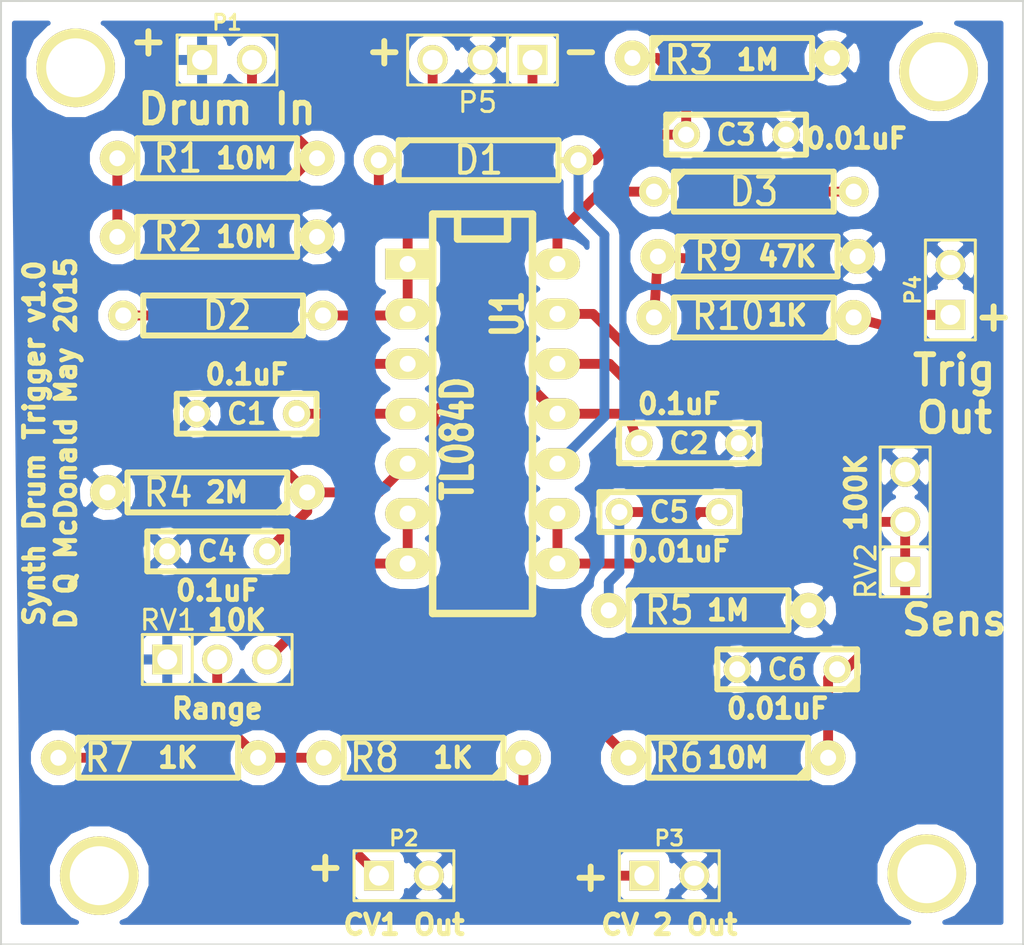
<source format=kicad_pcb>
(kicad_pcb (version 3) (host pcbnew "(2014-02-26 BZR 4721)-product")

  (general
    (links 51)
    (no_connects 0)
    (area 119.949999 92.933 172.050001 141.050001)
    (thickness 1.6)
    (drawings 36)
    (tracks 97)
    (zones 0)
    (modules 31)
    (nets 19)
  )

  (page A4)
  (title_block
    (title "MFOS Synth Drum Trigger")
    (date 26/05/2015)
    (rev 1.0)
    (comment 1 "Based on a design by Ray Wilson")
    (comment 3 "Quentin McDonald")
  )

  (layers
    (15 F.Cu signal)
    (0 B.Cu signal hide)
    (16 B.Adhes user)
    (17 F.Adhes user)
    (18 B.Paste user)
    (19 F.Paste user)
    (20 B.SilkS user)
    (21 F.SilkS user)
    (22 B.Mask user)
    (23 F.Mask user)
    (24 Dwgs.User user)
    (25 Cmts.User user)
    (26 Eco1.User user)
    (27 Eco2.User user)
    (28 Edge.Cuts user)
  )

  (setup
    (last_trace_width 0.5)
    (trace_clearance 0.4)
    (zone_clearance 0.508)
    (zone_45_only no)
    (trace_min 0.254)
    (segment_width 0.2)
    (edge_width 0.1)
    (via_size 0.889)
    (via_drill 0.635)
    (via_min_size 0.889)
    (via_min_drill 0.508)
    (uvia_size 0.508)
    (uvia_drill 0.127)
    (uvias_allowed no)
    (uvia_min_size 0.508)
    (uvia_min_drill 0.127)
    (pcb_text_width 0.3)
    (pcb_text_size 1.5 1.5)
    (mod_edge_width 0.15)
    (mod_text_size 1 1)
    (mod_text_width 0.15)
    (pad_size 4 4)
    (pad_drill 3)
    (pad_to_mask_clearance 0)
    (aux_axis_origin 0 0)
    (visible_elements FFFFFF7F)
    (pcbplotparams
      (layerselection 283148289)
      (usegerberextensions true)
      (excludeedgelayer true)
      (linewidth 0.150000)
      (plotframeref false)
      (viasonmask false)
      (mode 1)
      (useauxorigin false)
      (hpglpennumber 1)
      (hpglpenspeed 20)
      (hpglpendiameter 15)
      (hpglpenoverlay 2)
      (psnegative false)
      (psa4output false)
      (plotreference true)
      (plotvalue true)
      (plotothertext true)
      (plotinvisibletext false)
      (padsonsilk false)
      (subtractmaskfromsilk false)
      (outputformat 1)
      (mirror false)
      (drillshape 0)
      (scaleselection 1)
      (outputdirectory Gerber/))
  )

  (net 0 "")
  (net 1 +12V)
  (net 2 -12V)
  (net 3 GND)
  (net 4 "Net-(C3-Pad1)")
  (net 5 "Net-(C4-Pad1)")
  (net 6 "Net-(C5-Pad1)")
  (net 7 "Net-(C5-Pad2)")
  (net 8 "Net-(C6-Pad1)")
  (net 9 "Net-(D1-Pad1)")
  (net 10 "Net-(D3-Pad1)")
  (net 11 "Net-(D3-Pad2)")
  (net 12 "Net-(P1-Pad2)")
  (net 13 "Net-(P2-Pad1)")
  (net 14 "Net-(P3-Pad1)")
  (net 15 "Net-(P4-Pad1)")
  (net 16 "Net-(R1-Pad2)")
  (net 17 "Net-(R7-Pad2)")
  (net 18 "Net-(RV1-Pad3)")

  (net_class Default "This is the default net class."
    (clearance 0.4)
    (trace_width 0.5)
    (via_dia 0.889)
    (via_drill 0.635)
    (uvia_dia 0.508)
    (uvia_drill 0.127)
    (add_net "")
    (add_net +12V)
    (add_net -12V)
    (add_net GND)
    (add_net "Net-(C3-Pad1)")
    (add_net "Net-(C4-Pad1)")
    (add_net "Net-(C5-Pad1)")
    (add_net "Net-(C5-Pad2)")
    (add_net "Net-(C6-Pad1)")
    (add_net "Net-(D1-Pad1)")
    (add_net "Net-(D3-Pad1)")
    (add_net "Net-(D3-Pad2)")
    (add_net "Net-(P1-Pad2)")
    (add_net "Net-(P2-Pad1)")
    (add_net "Net-(P3-Pad1)")
    (add_net "Net-(P4-Pad1)")
    (add_net "Net-(R1-Pad2)")
    (add_net "Net-(R7-Pad2)")
    (add_net "Net-(RV1-Pad3)")
  )

  (module discret:C2 (layer F.Cu) (tedit 200000) (tstamp 55651D84)
    (at 132.5 114 180)
    (descr "Condensateur = 2 pas")
    (tags C)
    (path /5563EC2E)
    (fp_text reference C1 (at 0 0 180) (layer F.SilkS)
      (effects (font (size 1.016 1.016) (thickness 0.2032)))
    )
    (fp_text value 0.1uF (at 0 0 180) (layer F.SilkS) hide
      (effects (font (size 1.016 1.016) (thickness 0.2032)))
    )
    (fp_line (start -3.556 -1.016) (end 3.556 -1.016) (layer F.SilkS) (width 0.3048))
    (fp_line (start 3.556 -1.016) (end 3.556 1.016) (layer F.SilkS) (width 0.3048))
    (fp_line (start 3.556 1.016) (end -3.556 1.016) (layer F.SilkS) (width 0.3048))
    (fp_line (start -3.556 1.016) (end -3.556 -1.016) (layer F.SilkS) (width 0.3048))
    (fp_line (start -3.556 -0.508) (end -3.048 -1.016) (layer F.SilkS) (width 0.3048))
    (pad 1 thru_hole circle (at -2.54 0 180) (size 1.397 1.397) (drill 0.8128) (layers *.Cu *.Mask F.SilkS)
      (net 1 +12V))
    (pad 2 thru_hole circle (at 2.54 0 180) (size 1.397 1.397) (drill 0.8128) (layers *.Cu *.Mask F.SilkS)
      (net 3 GND))
    (model discret/capa_2pas_5x5mm.wrl
      (at (xyz 0 0 0))
      (scale (xyz 1 1 1))
      (rotate (xyz 0 0 0))
    )
  )

  (module discret:C2 (layer F.Cu) (tedit 200000) (tstamp 55651D1F)
    (at 155 115.5 180)
    (descr "Condensateur = 2 pas")
    (tags C)
    (path /5563EC42)
    (fp_text reference C2 (at 0 0 180) (layer F.SilkS)
      (effects (font (size 1.016 1.016) (thickness 0.2032)))
    )
    (fp_text value 0.1uF (at 0 0 180) (layer F.SilkS) hide
      (effects (font (size 1.016 1.016) (thickness 0.2032)))
    )
    (fp_line (start -3.556 -1.016) (end 3.556 -1.016) (layer F.SilkS) (width 0.3048))
    (fp_line (start 3.556 -1.016) (end 3.556 1.016) (layer F.SilkS) (width 0.3048))
    (fp_line (start 3.556 1.016) (end -3.556 1.016) (layer F.SilkS) (width 0.3048))
    (fp_line (start -3.556 1.016) (end -3.556 -1.016) (layer F.SilkS) (width 0.3048))
    (fp_line (start -3.556 -0.508) (end -3.048 -1.016) (layer F.SilkS) (width 0.3048))
    (pad 1 thru_hole circle (at -2.54 0 180) (size 1.397 1.397) (drill 0.8128) (layers *.Cu *.Mask F.SilkS)
      (net 3 GND))
    (pad 2 thru_hole circle (at 2.54 0 180) (size 1.397 1.397) (drill 0.8128) (layers *.Cu *.Mask F.SilkS)
      (net 2 -12V))
    (model discret/capa_2pas_5x5mm.wrl
      (at (xyz 0 0 0))
      (scale (xyz 1 1 1))
      (rotate (xyz 0 0 0))
    )
  )

  (module discret:C2 (layer F.Cu) (tedit 200000) (tstamp 55642854)
    (at 157.4 99.8)
    (descr "Condensateur = 2 pas")
    (tags C)
    (path /5562E506)
    (fp_text reference C3 (at 0 0) (layer F.SilkS)
      (effects (font (size 1.016 1.016) (thickness 0.2032)))
    )
    (fp_text value 0.01uF (at 0 0) (layer F.SilkS) hide
      (effects (font (size 1.016 1.016) (thickness 0.2032)))
    )
    (fp_line (start -3.556 -1.016) (end 3.556 -1.016) (layer F.SilkS) (width 0.3048))
    (fp_line (start 3.556 -1.016) (end 3.556 1.016) (layer F.SilkS) (width 0.3048))
    (fp_line (start 3.556 1.016) (end -3.556 1.016) (layer F.SilkS) (width 0.3048))
    (fp_line (start -3.556 1.016) (end -3.556 -1.016) (layer F.SilkS) (width 0.3048))
    (fp_line (start -3.556 -0.508) (end -3.048 -1.016) (layer F.SilkS) (width 0.3048))
    (pad 1 thru_hole circle (at -2.54 0) (size 1.397 1.397) (drill 0.8128) (layers *.Cu *.Mask F.SilkS)
      (net 4 "Net-(C3-Pad1)"))
    (pad 2 thru_hole circle (at 2.54 0) (size 1.397 1.397) (drill 0.8128) (layers *.Cu *.Mask F.SilkS)
      (net 3 GND))
    (model discret/capa_2pas_5x5mm.wrl
      (at (xyz 0 0 0))
      (scale (xyz 1 1 1))
      (rotate (xyz 0 0 0))
    )
  )

  (module discret:C2 (layer F.Cu) (tedit 200000) (tstamp 5564285F)
    (at 131 121 180)
    (descr "Condensateur = 2 pas")
    (tags C)
    (path /5562DBA8)
    (fp_text reference C4 (at 0 0 180) (layer F.SilkS)
      (effects (font (size 1.016 1.016) (thickness 0.2032)))
    )
    (fp_text value 0.1uF (at 0 0 180) (layer F.SilkS) hide
      (effects (font (size 1.016 1.016) (thickness 0.2032)))
    )
    (fp_line (start -3.556 -1.016) (end 3.556 -1.016) (layer F.SilkS) (width 0.3048))
    (fp_line (start 3.556 -1.016) (end 3.556 1.016) (layer F.SilkS) (width 0.3048))
    (fp_line (start 3.556 1.016) (end -3.556 1.016) (layer F.SilkS) (width 0.3048))
    (fp_line (start -3.556 1.016) (end -3.556 -1.016) (layer F.SilkS) (width 0.3048))
    (fp_line (start -3.556 -0.508) (end -3.048 -1.016) (layer F.SilkS) (width 0.3048))
    (pad 1 thru_hole circle (at -2.54 0 180) (size 1.397 1.397) (drill 0.8128) (layers *.Cu *.Mask F.SilkS)
      (net 5 "Net-(C4-Pad1)"))
    (pad 2 thru_hole circle (at 2.54 0 180) (size 1.397 1.397) (drill 0.8128) (layers *.Cu *.Mask F.SilkS)
      (net 3 GND))
    (model discret/capa_2pas_5x5mm.wrl
      (at (xyz 0 0 0))
      (scale (xyz 1 1 1))
      (rotate (xyz 0 0 0))
    )
  )

  (module discret:C2 (layer F.Cu) (tedit 200000) (tstamp 5564286A)
    (at 154 119)
    (descr "Condensateur = 2 pas")
    (tags C)
    (path /5562E6AF)
    (fp_text reference C5 (at 0 0) (layer F.SilkS)
      (effects (font (size 1.016 1.016) (thickness 0.2032)))
    )
    (fp_text value 0.01 (at 0 0) (layer F.SilkS) hide
      (effects (font (size 1.016 1.016) (thickness 0.2032)))
    )
    (fp_line (start -3.556 -1.016) (end 3.556 -1.016) (layer F.SilkS) (width 0.3048))
    (fp_line (start 3.556 -1.016) (end 3.556 1.016) (layer F.SilkS) (width 0.3048))
    (fp_line (start 3.556 1.016) (end -3.556 1.016) (layer F.SilkS) (width 0.3048))
    (fp_line (start -3.556 1.016) (end -3.556 -1.016) (layer F.SilkS) (width 0.3048))
    (fp_line (start -3.556 -0.508) (end -3.048 -1.016) (layer F.SilkS) (width 0.3048))
    (pad 1 thru_hole circle (at -2.54 0) (size 1.397 1.397) (drill 0.8128) (layers *.Cu *.Mask F.SilkS)
      (net 6 "Net-(C5-Pad1)"))
    (pad 2 thru_hole circle (at 2.54 0) (size 1.397 1.397) (drill 0.8128) (layers *.Cu *.Mask F.SilkS)
      (net 7 "Net-(C5-Pad2)"))
    (model discret/capa_2pas_5x5mm.wrl
      (at (xyz 0 0 0))
      (scale (xyz 1 1 1))
      (rotate (xyz 0 0 0))
    )
  )

  (module discret:C2 (layer F.Cu) (tedit 200000) (tstamp 55642875)
    (at 160 127 180)
    (descr "Condensateur = 2 pas")
    (tags C)
    (path /5562EBE3)
    (fp_text reference C6 (at 0 0 180) (layer F.SilkS)
      (effects (font (size 1.016 1.016) (thickness 0.2032)))
    )
    (fp_text value 0.01uF (at 0 0 180) (layer F.SilkS) hide
      (effects (font (size 1.016 1.016) (thickness 0.2032)))
    )
    (fp_line (start -3.556 -1.016) (end 3.556 -1.016) (layer F.SilkS) (width 0.3048))
    (fp_line (start 3.556 -1.016) (end 3.556 1.016) (layer F.SilkS) (width 0.3048))
    (fp_line (start 3.556 1.016) (end -3.556 1.016) (layer F.SilkS) (width 0.3048))
    (fp_line (start -3.556 1.016) (end -3.556 -1.016) (layer F.SilkS) (width 0.3048))
    (fp_line (start -3.556 -0.508) (end -3.048 -1.016) (layer F.SilkS) (width 0.3048))
    (pad 1 thru_hole circle (at -2.54 0 180) (size 1.397 1.397) (drill 0.8128) (layers *.Cu *.Mask F.SilkS)
      (net 8 "Net-(C6-Pad1)"))
    (pad 2 thru_hole circle (at 2.54 0 180) (size 1.397 1.397) (drill 0.8128) (layers *.Cu *.Mask F.SilkS)
      (net 3 GND))
    (model discret/capa_2pas_5x5mm.wrl
      (at (xyz 0 0 0))
      (scale (xyz 1 1 1))
      (rotate (xyz 0 0 0))
    )
  )

  (module discret:R4 (layer F.Cu) (tedit 200000) (tstamp 55642883)
    (at 144.3 101.1)
    (descr "Resitance 4 pas")
    (tags R)
    (path /5562E3FF)
    (autoplace_cost180 10)
    (fp_text reference D1 (at 0 0) (layer F.SilkS)
      (effects (font (size 1.397 1.27) (thickness 0.2032)))
    )
    (fp_text value DIODE (at 0 0) (layer F.SilkS) hide
      (effects (font (size 1.397 1.27) (thickness 0.2032)))
    )
    (fp_line (start -5.08 0) (end -4.064 0) (layer F.SilkS) (width 0.3048))
    (fp_line (start -4.064 0) (end -4.064 -1.016) (layer F.SilkS) (width 0.3048))
    (fp_line (start -4.064 -1.016) (end 4.064 -1.016) (layer F.SilkS) (width 0.3048))
    (fp_line (start 4.064 -1.016) (end 4.064 1.016) (layer F.SilkS) (width 0.3048))
    (fp_line (start 4.064 1.016) (end -4.064 1.016) (layer F.SilkS) (width 0.3048))
    (fp_line (start -4.064 1.016) (end -4.064 0) (layer F.SilkS) (width 0.3048))
    (fp_line (start -4.064 -0.508) (end -3.556 -1.016) (layer F.SilkS) (width 0.3048))
    (fp_line (start 5.08 0) (end 4.064 0) (layer F.SilkS) (width 0.3048))
    (pad 1 thru_hole circle (at -5.08 0) (size 1.524 1.524) (drill 0.8128) (layers *.Cu *.Mask F.SilkS)
      (net 9 "Net-(D1-Pad1)"))
    (pad 2 thru_hole circle (at 5.08 0) (size 1.524 1.524) (drill 0.8128) (layers *.Cu *.Mask F.SilkS)
      (net 4 "Net-(C3-Pad1)"))
    (model discret/resistor.wrl
      (at (xyz 0 0 0))
      (scale (xyz 0.4 0.4 0.4))
      (rotate (xyz 0 0 0))
    )
  )

  (module discret:R4 (layer F.Cu) (tedit 55654911) (tstamp 55642891)
    (at 131.3 109 180)
    (descr "Resitance 4 pas")
    (tags R)
    (path /5562DAF1)
    (autoplace_cost180 10)
    (fp_text reference D2 (at -0.2 0 180) (layer F.SilkS)
      (effects (font (size 1.397 1.27) (thickness 0.2032)))
    )
    (fp_text value DIODE (at 0 0 180) (layer F.SilkS) hide
      (effects (font (size 1.397 1.27) (thickness 0.2032)))
    )
    (fp_line (start -5.08 0) (end -4.064 0) (layer F.SilkS) (width 0.3048))
    (fp_line (start -4.064 0) (end -4.064 -1.016) (layer F.SilkS) (width 0.3048))
    (fp_line (start -4.064 -1.016) (end 4.064 -1.016) (layer F.SilkS) (width 0.3048))
    (fp_line (start 4.064 -1.016) (end 4.064 1.016) (layer F.SilkS) (width 0.3048))
    (fp_line (start 4.064 1.016) (end -4.064 1.016) (layer F.SilkS) (width 0.3048))
    (fp_line (start -4.064 1.016) (end -4.064 0) (layer F.SilkS) (width 0.3048))
    (fp_line (start -4.064 -0.508) (end -3.556 -1.016) (layer F.SilkS) (width 0.3048))
    (fp_line (start 5.08 0) (end 4.064 0) (layer F.SilkS) (width 0.3048))
    (pad 1 thru_hole circle (at -5.08 0 180) (size 1.524 1.524) (drill 0.8128) (layers *.Cu *.Mask F.SilkS)
      (net 9 "Net-(D1-Pad1)"))
    (pad 2 thru_hole circle (at 5.08 0 180) (size 1.524 1.524) (drill 0.8128) (layers *.Cu *.Mask F.SilkS)
      (net 5 "Net-(C4-Pad1)"))
    (model discret/resistor.wrl
      (at (xyz 0 0 0))
      (scale (xyz 0.4 0.4 0.4))
      (rotate (xyz 0 0 0))
    )
  )

  (module discret:R4 (layer F.Cu) (tedit 200000) (tstamp 5564289F)
    (at 158.3 102.7)
    (descr "Resitance 4 pas")
    (tags R)
    (path /5562E804)
    (autoplace_cost180 10)
    (fp_text reference D3 (at 0 0) (layer F.SilkS)
      (effects (font (size 1.397 1.27) (thickness 0.2032)))
    )
    (fp_text value DIODE (at 0 0) (layer F.SilkS) hide
      (effects (font (size 1.397 1.27) (thickness 0.2032)))
    )
    (fp_line (start -5.08 0) (end -4.064 0) (layer F.SilkS) (width 0.3048))
    (fp_line (start -4.064 0) (end -4.064 -1.016) (layer F.SilkS) (width 0.3048))
    (fp_line (start -4.064 -1.016) (end 4.064 -1.016) (layer F.SilkS) (width 0.3048))
    (fp_line (start 4.064 -1.016) (end 4.064 1.016) (layer F.SilkS) (width 0.3048))
    (fp_line (start 4.064 1.016) (end -4.064 1.016) (layer F.SilkS) (width 0.3048))
    (fp_line (start -4.064 1.016) (end -4.064 0) (layer F.SilkS) (width 0.3048))
    (fp_line (start -4.064 -0.508) (end -3.556 -1.016) (layer F.SilkS) (width 0.3048))
    (fp_line (start 5.08 0) (end 4.064 0) (layer F.SilkS) (width 0.3048))
    (pad 1 thru_hole circle (at -5.08 0) (size 1.524 1.524) (drill 0.8128) (layers *.Cu *.Mask F.SilkS)
      (net 10 "Net-(D3-Pad1)"))
    (pad 2 thru_hole circle (at 5.08 0) (size 1.524 1.524) (drill 0.8128) (layers *.Cu *.Mask F.SilkS)
      (net 11 "Net-(D3-Pad2)"))
    (model discret/resistor.wrl
      (at (xyz 0 0 0))
      (scale (xyz 0.4 0.4 0.4))
      (rotate (xyz 0 0 0))
    )
  )

  (module pin_array:PIN_ARRAY_2X1 (layer F.Cu) (tedit 4565C520) (tstamp 556428A9)
    (at 131.5 96)
    (descr "Connecteurs 2 pins")
    (tags "CONN DEV")
    (path /5562D979)
    (fp_text reference P1 (at 0 -1.905) (layer F.SilkS)
      (effects (font (size 0.762 0.762) (thickness 0.1524)))
    )
    (fp_text value CONN_2 (at 0 -1.905) (layer F.SilkS) hide
      (effects (font (size 0.762 0.762) (thickness 0.1524)))
    )
    (fp_line (start -2.54 1.27) (end -2.54 -1.27) (layer F.SilkS) (width 0.1524))
    (fp_line (start -2.54 -1.27) (end 2.54 -1.27) (layer F.SilkS) (width 0.1524))
    (fp_line (start 2.54 -1.27) (end 2.54 1.27) (layer F.SilkS) (width 0.1524))
    (fp_line (start 2.54 1.27) (end -2.54 1.27) (layer F.SilkS) (width 0.1524))
    (pad 1 thru_hole rect (at -1.27 0) (size 1.524 1.524) (drill 1.016) (layers *.Cu *.Mask F.SilkS)
      (net 3 GND))
    (pad 2 thru_hole circle (at 1.27 0) (size 1.524 1.524) (drill 1.016) (layers *.Cu *.Mask F.SilkS)
      (net 12 "Net-(P1-Pad2)"))
    (model pin_array/pins_array_2x1.wrl
      (at (xyz 0 0 0))
      (scale (xyz 1 1 1))
      (rotate (xyz 0 0 0))
    )
  )

  (module pin_array:PIN_ARRAY_2X1 (layer F.Cu) (tedit 4565C520) (tstamp 556428B3)
    (at 140.5 137.5)
    (descr "Connecteurs 2 pins")
    (tags "CONN DEV")
    (path /5562E22C)
    (fp_text reference P2 (at 0 -1.905) (layer F.SilkS)
      (effects (font (size 0.762 0.762) (thickness 0.1524)))
    )
    (fp_text value CONN_2 (at 0 -1.905) (layer F.SilkS) hide
      (effects (font (size 0.762 0.762) (thickness 0.1524)))
    )
    (fp_line (start -2.54 1.27) (end -2.54 -1.27) (layer F.SilkS) (width 0.1524))
    (fp_line (start -2.54 -1.27) (end 2.54 -1.27) (layer F.SilkS) (width 0.1524))
    (fp_line (start 2.54 -1.27) (end 2.54 1.27) (layer F.SilkS) (width 0.1524))
    (fp_line (start 2.54 1.27) (end -2.54 1.27) (layer F.SilkS) (width 0.1524))
    (pad 1 thru_hole rect (at -1.27 0) (size 1.524 1.524) (drill 1.016) (layers *.Cu *.Mask F.SilkS)
      (net 13 "Net-(P2-Pad1)"))
    (pad 2 thru_hole circle (at 1.27 0) (size 1.524 1.524) (drill 1.016) (layers *.Cu *.Mask F.SilkS)
      (net 3 GND))
    (model pin_array/pins_array_2x1.wrl
      (at (xyz 0 0 0))
      (scale (xyz 1 1 1))
      (rotate (xyz 0 0 0))
    )
  )

  (module pin_array:PIN_ARRAY_2X1 (layer F.Cu) (tedit 4565C520) (tstamp 556428BD)
    (at 154 137.5)
    (descr "Connecteurs 2 pins")
    (tags "CONN DEV")
    (path /5562E240)
    (fp_text reference P3 (at 0 -1.905) (layer F.SilkS)
      (effects (font (size 0.762 0.762) (thickness 0.1524)))
    )
    (fp_text value CONN_2 (at 0 -1.905) (layer F.SilkS) hide
      (effects (font (size 0.762 0.762) (thickness 0.1524)))
    )
    (fp_line (start -2.54 1.27) (end -2.54 -1.27) (layer F.SilkS) (width 0.1524))
    (fp_line (start -2.54 -1.27) (end 2.54 -1.27) (layer F.SilkS) (width 0.1524))
    (fp_line (start 2.54 -1.27) (end 2.54 1.27) (layer F.SilkS) (width 0.1524))
    (fp_line (start 2.54 1.27) (end -2.54 1.27) (layer F.SilkS) (width 0.1524))
    (pad 1 thru_hole rect (at -1.27 0) (size 1.524 1.524) (drill 1.016) (layers *.Cu *.Mask F.SilkS)
      (net 14 "Net-(P3-Pad1)"))
    (pad 2 thru_hole circle (at 1.27 0) (size 1.524 1.524) (drill 1.016) (layers *.Cu *.Mask F.SilkS)
      (net 3 GND))
    (model pin_array/pins_array_2x1.wrl
      (at (xyz 0 0 0))
      (scale (xyz 1 1 1))
      (rotate (xyz 0 0 0))
    )
  )

  (module pin_array:PIN_ARRAY_2X1 (layer F.Cu) (tedit 4565C520) (tstamp 556428C7)
    (at 168.3 107.7 90)
    (descr "Connecteurs 2 pins")
    (tags "CONN DEV")
    (path /5562E9ED)
    (fp_text reference P4 (at 0 -1.905 90) (layer F.SilkS)
      (effects (font (size 0.762 0.762) (thickness 0.1524)))
    )
    (fp_text value CONN_2 (at 0 -1.905 90) (layer F.SilkS) hide
      (effects (font (size 0.762 0.762) (thickness 0.1524)))
    )
    (fp_line (start -2.54 1.27) (end -2.54 -1.27) (layer F.SilkS) (width 0.1524))
    (fp_line (start -2.54 -1.27) (end 2.54 -1.27) (layer F.SilkS) (width 0.1524))
    (fp_line (start 2.54 -1.27) (end 2.54 1.27) (layer F.SilkS) (width 0.1524))
    (fp_line (start 2.54 1.27) (end -2.54 1.27) (layer F.SilkS) (width 0.1524))
    (pad 1 thru_hole rect (at -1.27 0 90) (size 1.524 1.524) (drill 1.016) (layers *.Cu *.Mask F.SilkS)
      (net 15 "Net-(P4-Pad1)"))
    (pad 2 thru_hole circle (at 1.27 0 90) (size 1.524 1.524) (drill 1.016) (layers *.Cu *.Mask F.SilkS)
      (net 3 GND))
    (model pin_array/pins_array_2x1.wrl
      (at (xyz 0 0 0))
      (scale (xyz 1 1 1))
      (rotate (xyz 0 0 0))
    )
  )

  (module pin_array:PIN_ARRAY_3X1 (layer F.Cu) (tedit 4C1130E0) (tstamp 55653308)
    (at 144.5 96 180)
    (descr "Connecteur 3 pins")
    (tags "CONN DEV")
    (path /5563F85E)
    (fp_text reference P5 (at 0.254 -2.159 180) (layer F.SilkS)
      (effects (font (size 1.016 1.016) (thickness 0.1524)))
    )
    (fp_text value Power_In (at 0 -2.159 180) (layer F.SilkS) hide
      (effects (font (size 1.016 1.016) (thickness 0.1524)))
    )
    (fp_line (start -3.81 1.27) (end -3.81 -1.27) (layer F.SilkS) (width 0.1524))
    (fp_line (start -3.81 -1.27) (end 3.81 -1.27) (layer F.SilkS) (width 0.1524))
    (fp_line (start 3.81 -1.27) (end 3.81 1.27) (layer F.SilkS) (width 0.1524))
    (fp_line (start 3.81 1.27) (end -3.81 1.27) (layer F.SilkS) (width 0.1524))
    (fp_line (start -1.27 -1.27) (end -1.27 1.27) (layer F.SilkS) (width 0.1524))
    (pad 1 thru_hole rect (at -2.54 0 180) (size 1.524 1.524) (drill 1.016) (layers *.Cu *.Mask F.SilkS)
      (net 2 -12V))
    (pad 2 thru_hole circle (at 0 0 180) (size 1.524 1.524) (drill 1.016) (layers *.Cu *.Mask F.SilkS)
      (net 3 GND))
    (pad 3 thru_hole circle (at 2.54 0 180) (size 1.524 1.524) (drill 1.016) (layers *.Cu *.Mask F.SilkS)
      (net 1 +12V))
    (model pin_array/pins_array_3x1.wrl
      (at (xyz 0 0 0))
      (scale (xyz 1 1 1))
      (rotate (xyz 0 0 0))
    )
  )

  (module pin_array:PIN_ARRAY_3X1 (layer F.Cu) (tedit 55654A82) (tstamp 55642961)
    (at 131 126.5)
    (descr "Connecteur 3 pins")
    (tags "CONN DEV")
    (path /5562DD78)
    (fp_text reference RV1 (at -2.5 -2) (layer F.SilkS)
      (effects (font (size 1.016 1.016) (thickness 0.1524)))
    )
    (fp_text value 10K (at 0 -2.159) (layer F.SilkS) hide
      (effects (font (size 1.016 1.016) (thickness 0.1524)))
    )
    (fp_line (start -3.81 1.27) (end -3.81 -1.27) (layer F.SilkS) (width 0.1524))
    (fp_line (start -3.81 -1.27) (end 3.81 -1.27) (layer F.SilkS) (width 0.1524))
    (fp_line (start 3.81 -1.27) (end 3.81 1.27) (layer F.SilkS) (width 0.1524))
    (fp_line (start 3.81 1.27) (end -3.81 1.27) (layer F.SilkS) (width 0.1524))
    (fp_line (start -1.27 -1.27) (end -1.27 1.27) (layer F.SilkS) (width 0.1524))
    (pad 1 thru_hole rect (at -2.54 0) (size 1.524 1.524) (drill 1.016) (layers *.Cu *.Mask F.SilkS)
      (net 3 GND))
    (pad 2 thru_hole circle (at 0 0) (size 1.524 1.524) (drill 1.016) (layers *.Cu *.Mask F.SilkS)
      (net 17 "Net-(R7-Pad2)"))
    (pad 3 thru_hole circle (at 2.54 0) (size 1.524 1.524) (drill 1.016) (layers *.Cu *.Mask F.SilkS)
      (net 18 "Net-(RV1-Pad3)"))
    (model pin_array/pins_array_3x1.wrl
      (at (xyz 0 0 0))
      (scale (xyz 1 1 1))
      (rotate (xyz 0 0 0))
    )
  )

  (module pin_array:PIN_ARRAY_3X1 (layer F.Cu) (tedit 55654A69) (tstamp 5564296D)
    (at 166 119.5 90)
    (descr "Connecteur 3 pins")
    (tags "CONN DEV")
    (path /5562ED6B)
    (fp_text reference RV2 (at -2.5 -2 90) (layer F.SilkS)
      (effects (font (size 1.016 1.016) (thickness 0.1524)))
    )
    (fp_text value 100K (at 0 -2.159 90) (layer F.SilkS) hide
      (effects (font (size 1.016 1.016) (thickness 0.1524)))
    )
    (fp_line (start -3.81 1.27) (end -3.81 -1.27) (layer F.SilkS) (width 0.1524))
    (fp_line (start -3.81 -1.27) (end 3.81 -1.27) (layer F.SilkS) (width 0.1524))
    (fp_line (start 3.81 -1.27) (end 3.81 1.27) (layer F.SilkS) (width 0.1524))
    (fp_line (start 3.81 1.27) (end -3.81 1.27) (layer F.SilkS) (width 0.1524))
    (fp_line (start -1.27 -1.27) (end -1.27 1.27) (layer F.SilkS) (width 0.1524))
    (pad 1 thru_hole rect (at -2.54 0 90) (size 1.524 1.524) (drill 1.016) (layers *.Cu *.Mask F.SilkS)
      (net 8 "Net-(C6-Pad1)"))
    (pad 2 thru_hole circle (at 0 0 90) (size 1.524 1.524) (drill 1.016) (layers *.Cu *.Mask F.SilkS)
      (net 8 "Net-(C6-Pad1)"))
    (pad 3 thru_hole circle (at 2.54 0 90) (size 1.524 1.524) (drill 1.016) (layers *.Cu *.Mask F.SilkS)
      (net 3 GND))
    (model pin_array/pins_array_3x1.wrl
      (at (xyz 0 0 0))
      (scale (xyz 1 1 1))
      (rotate (xyz 0 0 0))
    )
  )

  (module dip_sockets:DIP-14__300_ELL (layer F.Cu) (tedit 200000) (tstamp 55642986)
    (at 144.5 114 270)
    (descr "14 pins DIL package, elliptical pads")
    (tags DIL)
    (path /5562DA82)
    (fp_text reference U1 (at -5.08 -1.27 270) (layer F.SilkS)
      (effects (font (size 1.524 1.143) (thickness 0.3048)))
    )
    (fp_text value TL084D (at 1.27 1.27 270) (layer F.SilkS)
      (effects (font (size 1.524 1.143) (thickness 0.3048)))
    )
    (fp_line (start -10.16 -2.54) (end 10.16 -2.54) (layer F.SilkS) (width 0.381))
    (fp_line (start 10.16 2.54) (end -10.16 2.54) (layer F.SilkS) (width 0.381))
    (fp_line (start -10.16 2.54) (end -10.16 -2.54) (layer F.SilkS) (width 0.381))
    (fp_line (start -10.16 -1.27) (end -8.89 -1.27) (layer F.SilkS) (width 0.381))
    (fp_line (start -8.89 -1.27) (end -8.89 1.27) (layer F.SilkS) (width 0.381))
    (fp_line (start -8.89 1.27) (end -10.16 1.27) (layer F.SilkS) (width 0.381))
    (fp_line (start 10.16 -2.54) (end 10.16 2.54) (layer F.SilkS) (width 0.381))
    (pad 1 thru_hole rect (at -7.62 3.81 270) (size 1.5748 2.286) (drill 0.8128) (layers *.Cu *.Mask F.SilkS)
      (net 9 "Net-(D1-Pad1)"))
    (pad 2 thru_hole oval (at -5.08 3.81 270) (size 1.5748 2.286) (drill 0.8128) (layers *.Cu *.Mask F.SilkS)
      (net 9 "Net-(D1-Pad1)"))
    (pad 3 thru_hole oval (at -2.54 3.81 270) (size 1.5748 2.286) (drill 0.8128) (layers *.Cu *.Mask F.SilkS)
      (net 12 "Net-(P1-Pad2)"))
    (pad 4 thru_hole oval (at 0 3.81 270) (size 1.5748 2.286) (drill 0.8128) (layers *.Cu *.Mask F.SilkS)
      (net 1 +12V))
    (pad 5 thru_hole oval (at 2.54 3.81 270) (size 1.5748 2.286) (drill 0.8128) (layers *.Cu *.Mask F.SilkS)
      (net 5 "Net-(C4-Pad1)"))
    (pad 6 thru_hole oval (at 5.08 3.81 270) (size 1.5748 2.286) (drill 0.8128) (layers *.Cu *.Mask F.SilkS)
      (net 18 "Net-(RV1-Pad3)"))
    (pad 7 thru_hole oval (at 7.62 3.81 270) (size 1.5748 2.286) (drill 0.8128) (layers *.Cu *.Mask F.SilkS)
      (net 18 "Net-(RV1-Pad3)"))
    (pad 8 thru_hole oval (at 7.62 -3.81 270) (size 1.5748 2.286) (drill 0.8128) (layers *.Cu *.Mask F.SilkS)
      (net 7 "Net-(C5-Pad2)"))
    (pad 9 thru_hole oval (at 5.08 -3.81 270) (size 1.5748 2.286) (drill 0.8128) (layers *.Cu *.Mask F.SilkS)
      (net 7 "Net-(C5-Pad2)"))
    (pad 10 thru_hole oval (at 2.54 -3.81 270) (size 1.5748 2.286) (drill 0.8128) (layers *.Cu *.Mask F.SilkS)
      (net 4 "Net-(C3-Pad1)"))
    (pad 11 thru_hole oval (at 0 -3.81 270) (size 1.5748 2.286) (drill 0.8128) (layers *.Cu *.Mask F.SilkS)
      (net 2 -12V))
    (pad 12 thru_hole oval (at -2.54 -3.81 270) (size 1.5748 2.286) (drill 0.8128) (layers *.Cu *.Mask F.SilkS)
      (net 6 "Net-(C5-Pad1)"))
    (pad 13 thru_hole oval (at -5.08 -3.81 270) (size 1.5748 2.286) (drill 0.8128) (layers *.Cu *.Mask F.SilkS)
      (net 8 "Net-(C6-Pad1)"))
    (pad 14 thru_hole oval (at -7.62 -3.81 270) (size 1.5748 2.286) (drill 0.8128) (layers *.Cu *.Mask F.SilkS)
      (net 10 "Net-(D3-Pad1)"))
    (model dil/dil_14.wrl
      (at (xyz 0 0 0))
      (scale (xyz 1 1 1))
      (rotate (xyz 0 0 0))
    )
  )

  (module discret:R4-LARGE_PADS (layer F.Cu) (tedit 55654905) (tstamp 5564268F)
    (at 131 101 180)
    (descr "Resitance 4 pas")
    (tags R)
    (path /5562D9C7)
    (autoplace_cost180 10)
    (fp_text reference R1 (at 2 0 180) (layer F.SilkS)
      (effects (font (size 1.397 1.27) (thickness 0.2032)))
    )
    (fp_text value 10M (at 0 0 180) (layer F.SilkS) hide
      (effects (font (size 1.397 1.27) (thickness 0.2032)))
    )
    (fp_line (start -5.08 0) (end -4.064 0) (layer F.SilkS) (width 0.3048))
    (fp_line (start -4.064 0) (end -4.064 -1.016) (layer F.SilkS) (width 0.3048))
    (fp_line (start -4.064 -1.016) (end 4.064 -1.016) (layer F.SilkS) (width 0.3048))
    (fp_line (start 4.064 -1.016) (end 4.064 1.016) (layer F.SilkS) (width 0.3048))
    (fp_line (start 4.064 1.016) (end -4.064 1.016) (layer F.SilkS) (width 0.3048))
    (fp_line (start -4.064 1.016) (end -4.064 0) (layer F.SilkS) (width 0.3048))
    (fp_line (start -4.064 -0.508) (end -3.556 -1.016) (layer F.SilkS) (width 0.3048))
    (fp_line (start 5.08 0) (end 4.064 0) (layer F.SilkS) (width 0.3048))
    (pad 1 thru_hole circle (at -5.08 0 180) (size 1.778 1.778) (drill 0.8128) (layers *.Cu *.Mask F.SilkS)
      (net 12 "Net-(P1-Pad2)"))
    (pad 2 thru_hole circle (at 5.08 0 180) (size 1.778 1.778) (drill 0.8128) (layers *.Cu *.Mask F.SilkS)
      (net 16 "Net-(R1-Pad2)"))
    (model discret/resistor.wrl
      (at (xyz 0 0 0))
      (scale (xyz 0.4 0.4 0.4))
      (rotate (xyz 0 0 0))
    )
  )

  (module discret:R4-LARGE_PADS (layer F.Cu) (tedit 5565490D) (tstamp 5564269C)
    (at 131 105)
    (descr "Resitance 4 pas")
    (tags R)
    (path /5562D9DB)
    (autoplace_cost180 10)
    (fp_text reference R2 (at -2 0) (layer F.SilkS)
      (effects (font (size 1.397 1.27) (thickness 0.2032)))
    )
    (fp_text value 10M (at 0 0) (layer F.SilkS) hide
      (effects (font (size 1.397 1.27) (thickness 0.2032)))
    )
    (fp_line (start -5.08 0) (end -4.064 0) (layer F.SilkS) (width 0.3048))
    (fp_line (start -4.064 0) (end -4.064 -1.016) (layer F.SilkS) (width 0.3048))
    (fp_line (start -4.064 -1.016) (end 4.064 -1.016) (layer F.SilkS) (width 0.3048))
    (fp_line (start 4.064 -1.016) (end 4.064 1.016) (layer F.SilkS) (width 0.3048))
    (fp_line (start 4.064 1.016) (end -4.064 1.016) (layer F.SilkS) (width 0.3048))
    (fp_line (start -4.064 1.016) (end -4.064 0) (layer F.SilkS) (width 0.3048))
    (fp_line (start -4.064 -0.508) (end -3.556 -1.016) (layer F.SilkS) (width 0.3048))
    (fp_line (start 5.08 0) (end 4.064 0) (layer F.SilkS) (width 0.3048))
    (pad 1 thru_hole circle (at -5.08 0) (size 1.778 1.778) (drill 0.8128) (layers *.Cu *.Mask F.SilkS)
      (net 16 "Net-(R1-Pad2)"))
    (pad 2 thru_hole circle (at 5.08 0) (size 1.778 1.778) (drill 0.8128) (layers *.Cu *.Mask F.SilkS)
      (net 3 GND))
    (model discret/resistor.wrl
      (at (xyz 0 0 0))
      (scale (xyz 0.4 0.4 0.4))
      (rotate (xyz 0 0 0))
    )
  )

  (module discret:R4-LARGE_PADS (layer F.Cu) (tedit 5565497F) (tstamp 556426A9)
    (at 157.2 95.9)
    (descr "Resitance 4 pas")
    (tags R)
    (path /5562E4F2)
    (autoplace_cost180 10)
    (fp_text reference R3 (at -2.2 0.1) (layer F.SilkS)
      (effects (font (size 1.397 1.27) (thickness 0.2032)))
    )
    (fp_text value 1M (at 0 0) (layer F.SilkS) hide
      (effects (font (size 1.397 1.27) (thickness 0.2032)))
    )
    (fp_line (start -5.08 0) (end -4.064 0) (layer F.SilkS) (width 0.3048))
    (fp_line (start -4.064 0) (end -4.064 -1.016) (layer F.SilkS) (width 0.3048))
    (fp_line (start -4.064 -1.016) (end 4.064 -1.016) (layer F.SilkS) (width 0.3048))
    (fp_line (start 4.064 -1.016) (end 4.064 1.016) (layer F.SilkS) (width 0.3048))
    (fp_line (start 4.064 1.016) (end -4.064 1.016) (layer F.SilkS) (width 0.3048))
    (fp_line (start -4.064 1.016) (end -4.064 0) (layer F.SilkS) (width 0.3048))
    (fp_line (start -4.064 -0.508) (end -3.556 -1.016) (layer F.SilkS) (width 0.3048))
    (fp_line (start 5.08 0) (end 4.064 0) (layer F.SilkS) (width 0.3048))
    (pad 1 thru_hole circle (at -5.08 0) (size 1.778 1.778) (drill 0.8128) (layers *.Cu *.Mask F.SilkS)
      (net 4 "Net-(C3-Pad1)"))
    (pad 2 thru_hole circle (at 5.08 0) (size 1.778 1.778) (drill 0.8128) (layers *.Cu *.Mask F.SilkS)
      (net 3 GND))
    (model discret/resistor.wrl
      (at (xyz 0 0 0))
      (scale (xyz 0.4 0.4 0.4))
      (rotate (xyz 0 0 0))
    )
  )

  (module discret:R4-LARGE_PADS (layer F.Cu) (tedit 55654959) (tstamp 556426B6)
    (at 130.5 118 180)
    (descr "Resitance 4 pas")
    (tags R)
    (path /5562DB94)
    (autoplace_cost180 10)
    (fp_text reference R4 (at 2 0 180) (layer F.SilkS)
      (effects (font (size 1.397 1.27) (thickness 0.2032)))
    )
    (fp_text value 2M (at 0 0 180) (layer F.SilkS) hide
      (effects (font (size 1.397 1.27) (thickness 0.2032)))
    )
    (fp_line (start -5.08 0) (end -4.064 0) (layer F.SilkS) (width 0.3048))
    (fp_line (start -4.064 0) (end -4.064 -1.016) (layer F.SilkS) (width 0.3048))
    (fp_line (start -4.064 -1.016) (end 4.064 -1.016) (layer F.SilkS) (width 0.3048))
    (fp_line (start 4.064 -1.016) (end 4.064 1.016) (layer F.SilkS) (width 0.3048))
    (fp_line (start 4.064 1.016) (end -4.064 1.016) (layer F.SilkS) (width 0.3048))
    (fp_line (start -4.064 1.016) (end -4.064 0) (layer F.SilkS) (width 0.3048))
    (fp_line (start -4.064 -0.508) (end -3.556 -1.016) (layer F.SilkS) (width 0.3048))
    (fp_line (start 5.08 0) (end 4.064 0) (layer F.SilkS) (width 0.3048))
    (pad 1 thru_hole circle (at -5.08 0 180) (size 1.778 1.778) (drill 0.8128) (layers *.Cu *.Mask F.SilkS)
      (net 5 "Net-(C4-Pad1)"))
    (pad 2 thru_hole circle (at 5.08 0 180) (size 1.778 1.778) (drill 0.8128) (layers *.Cu *.Mask F.SilkS)
      (net 3 GND))
    (model discret/resistor.wrl
      (at (xyz 0 0 0))
      (scale (xyz 0.4 0.4 0.4))
      (rotate (xyz 0 0 0))
    )
  )

  (module discret:R4-LARGE_PADS (layer F.Cu) (tedit 556549E2) (tstamp 556426C3)
    (at 156 124)
    (descr "Resitance 4 pas")
    (tags R)
    (path /5562E744)
    (autoplace_cost180 10)
    (fp_text reference R5 (at -2 0) (layer F.SilkS)
      (effects (font (size 1.397 1.27) (thickness 0.2032)))
    )
    (fp_text value 1M (at 0 0) (layer F.SilkS) hide
      (effects (font (size 1.397 1.27) (thickness 0.2032)))
    )
    (fp_line (start -5.08 0) (end -4.064 0) (layer F.SilkS) (width 0.3048))
    (fp_line (start -4.064 0) (end -4.064 -1.016) (layer F.SilkS) (width 0.3048))
    (fp_line (start -4.064 -1.016) (end 4.064 -1.016) (layer F.SilkS) (width 0.3048))
    (fp_line (start 4.064 -1.016) (end 4.064 1.016) (layer F.SilkS) (width 0.3048))
    (fp_line (start 4.064 1.016) (end -4.064 1.016) (layer F.SilkS) (width 0.3048))
    (fp_line (start -4.064 1.016) (end -4.064 0) (layer F.SilkS) (width 0.3048))
    (fp_line (start -4.064 -0.508) (end -3.556 -1.016) (layer F.SilkS) (width 0.3048))
    (fp_line (start 5.08 0) (end 4.064 0) (layer F.SilkS) (width 0.3048))
    (pad 1 thru_hole circle (at -5.08 0) (size 1.778 1.778) (drill 0.8128) (layers *.Cu *.Mask F.SilkS)
      (net 6 "Net-(C5-Pad1)"))
    (pad 2 thru_hole circle (at 5.08 0) (size 1.778 1.778) (drill 0.8128) (layers *.Cu *.Mask F.SilkS)
      (net 3 GND))
    (model discret/resistor.wrl
      (at (xyz 0 0 0))
      (scale (xyz 0.4 0.4 0.4))
      (rotate (xyz 0 0 0))
    )
  )

  (module discret:R4-LARGE_PADS (layer F.Cu) (tedit 556549F1) (tstamp 556426D0)
    (at 157 131.5 180)
    (descr "Resitance 4 pas")
    (tags R)
    (path /5562EBFC)
    (autoplace_cost180 10)
    (fp_text reference R6 (at 2.5 0 180) (layer F.SilkS)
      (effects (font (size 1.397 1.27) (thickness 0.2032)))
    )
    (fp_text value 10M (at 0 0 180) (layer F.SilkS) hide
      (effects (font (size 1.397 1.27) (thickness 0.2032)))
    )
    (fp_line (start -5.08 0) (end -4.064 0) (layer F.SilkS) (width 0.3048))
    (fp_line (start -4.064 0) (end -4.064 -1.016) (layer F.SilkS) (width 0.3048))
    (fp_line (start -4.064 -1.016) (end 4.064 -1.016) (layer F.SilkS) (width 0.3048))
    (fp_line (start 4.064 -1.016) (end 4.064 1.016) (layer F.SilkS) (width 0.3048))
    (fp_line (start 4.064 1.016) (end -4.064 1.016) (layer F.SilkS) (width 0.3048))
    (fp_line (start -4.064 1.016) (end -4.064 0) (layer F.SilkS) (width 0.3048))
    (fp_line (start -4.064 -0.508) (end -3.556 -1.016) (layer F.SilkS) (width 0.3048))
    (fp_line (start 5.08 0) (end 4.064 0) (layer F.SilkS) (width 0.3048))
    (pad 1 thru_hole circle (at -5.08 0 180) (size 1.778 1.778) (drill 0.8128) (layers *.Cu *.Mask F.SilkS)
      (net 8 "Net-(C6-Pad1)"))
    (pad 2 thru_hole circle (at 5.08 0 180) (size 1.778 1.778) (drill 0.8128) (layers *.Cu *.Mask F.SilkS)
      (net 1 +12V))
    (model discret/resistor.wrl
      (at (xyz 0 0 0))
      (scale (xyz 0.4 0.4 0.4))
      (rotate (xyz 0 0 0))
    )
  )

  (module discret:R4-LARGE_PADS (layer F.Cu) (tedit 556549EE) (tstamp 556426DD)
    (at 128 131.5)
    (descr "Resitance 4 pas")
    (tags R)
    (path /5562E1B5)
    (autoplace_cost180 10)
    (fp_text reference R7 (at -2.5 0) (layer F.SilkS)
      (effects (font (size 1.397 1.27) (thickness 0.2032)))
    )
    (fp_text value 1K (at 0 0) (layer F.SilkS) hide
      (effects (font (size 1.397 1.27) (thickness 0.2032)))
    )
    (fp_line (start -5.08 0) (end -4.064 0) (layer F.SilkS) (width 0.3048))
    (fp_line (start -4.064 0) (end -4.064 -1.016) (layer F.SilkS) (width 0.3048))
    (fp_line (start -4.064 -1.016) (end 4.064 -1.016) (layer F.SilkS) (width 0.3048))
    (fp_line (start 4.064 -1.016) (end 4.064 1.016) (layer F.SilkS) (width 0.3048))
    (fp_line (start 4.064 1.016) (end -4.064 1.016) (layer F.SilkS) (width 0.3048))
    (fp_line (start -4.064 1.016) (end -4.064 0) (layer F.SilkS) (width 0.3048))
    (fp_line (start -4.064 -0.508) (end -3.556 -1.016) (layer F.SilkS) (width 0.3048))
    (fp_line (start 5.08 0) (end 4.064 0) (layer F.SilkS) (width 0.3048))
    (pad 1 thru_hole circle (at -5.08 0) (size 1.778 1.778) (drill 0.8128) (layers *.Cu *.Mask F.SilkS)
      (net 13 "Net-(P2-Pad1)"))
    (pad 2 thru_hole circle (at 5.08 0) (size 1.778 1.778) (drill 0.8128) (layers *.Cu *.Mask F.SilkS)
      (net 17 "Net-(R7-Pad2)"))
    (model discret/resistor.wrl
      (at (xyz 0 0 0))
      (scale (xyz 0.4 0.4 0.4))
      (rotate (xyz 0 0 0))
    )
  )

  (module discret:R4-LARGE_PADS (layer F.Cu) (tedit 556549E8) (tstamp 556426EA)
    (at 141.5 131.5 180)
    (descr "Resitance 4 pas")
    (tags R)
    (path /5562E1C9)
    (autoplace_cost180 10)
    (fp_text reference R8 (at 2.5 0 180) (layer F.SilkS)
      (effects (font (size 1.397 1.27) (thickness 0.2032)))
    )
    (fp_text value 1K (at 0 0 180) (layer F.SilkS) hide
      (effects (font (size 1.397 1.27) (thickness 0.2032)))
    )
    (fp_line (start -5.08 0) (end -4.064 0) (layer F.SilkS) (width 0.3048))
    (fp_line (start -4.064 0) (end -4.064 -1.016) (layer F.SilkS) (width 0.3048))
    (fp_line (start -4.064 -1.016) (end 4.064 -1.016) (layer F.SilkS) (width 0.3048))
    (fp_line (start 4.064 -1.016) (end 4.064 1.016) (layer F.SilkS) (width 0.3048))
    (fp_line (start 4.064 1.016) (end -4.064 1.016) (layer F.SilkS) (width 0.3048))
    (fp_line (start -4.064 1.016) (end -4.064 0) (layer F.SilkS) (width 0.3048))
    (fp_line (start -4.064 -0.508) (end -3.556 -1.016) (layer F.SilkS) (width 0.3048))
    (fp_line (start 5.08 0) (end 4.064 0) (layer F.SilkS) (width 0.3048))
    (pad 1 thru_hole circle (at -5.08 0 180) (size 1.778 1.778) (drill 0.8128) (layers *.Cu *.Mask F.SilkS)
      (net 14 "Net-(P3-Pad1)"))
    (pad 2 thru_hole circle (at 5.08 0 180) (size 1.778 1.778) (drill 0.8128) (layers *.Cu *.Mask F.SilkS)
      (net 17 "Net-(R7-Pad2)"))
    (model discret/resistor.wrl
      (at (xyz 0 0 0))
      (scale (xyz 0.4 0.4 0.4))
      (rotate (xyz 0 0 0))
    )
  )

  (module discret:R4-LARGE_PADS (layer F.Cu) (tedit 55654997) (tstamp 556426F7)
    (at 158.5 106)
    (descr "Resitance 4 pas")
    (tags R)
    (path /5562E8B7)
    (autoplace_cost180 10)
    (fp_text reference R9 (at -2 0) (layer F.SilkS)
      (effects (font (size 1.397 1.27) (thickness 0.2032)))
    )
    (fp_text value 47K (at 0 0) (layer F.SilkS) hide
      (effects (font (size 1.397 1.27) (thickness 0.2032)))
    )
    (fp_line (start -5.08 0) (end -4.064 0) (layer F.SilkS) (width 0.3048))
    (fp_line (start -4.064 0) (end -4.064 -1.016) (layer F.SilkS) (width 0.3048))
    (fp_line (start -4.064 -1.016) (end 4.064 -1.016) (layer F.SilkS) (width 0.3048))
    (fp_line (start 4.064 -1.016) (end 4.064 1.016) (layer F.SilkS) (width 0.3048))
    (fp_line (start 4.064 1.016) (end -4.064 1.016) (layer F.SilkS) (width 0.3048))
    (fp_line (start -4.064 1.016) (end -4.064 0) (layer F.SilkS) (width 0.3048))
    (fp_line (start -4.064 -0.508) (end -3.556 -1.016) (layer F.SilkS) (width 0.3048))
    (fp_line (start 5.08 0) (end 4.064 0) (layer F.SilkS) (width 0.3048))
    (pad 1 thru_hole circle (at -5.08 0) (size 1.778 1.778) (drill 0.8128) (layers *.Cu *.Mask F.SilkS)
      (net 11 "Net-(D3-Pad2)"))
    (pad 2 thru_hole circle (at 5.08 0) (size 1.778 1.778) (drill 0.8128) (layers *.Cu *.Mask F.SilkS)
      (net 3 GND))
    (model discret/resistor.wrl
      (at (xyz 0 0 0))
      (scale (xyz 0.4 0.4 0.4))
      (rotate (xyz 0 0 0))
    )
  )

  (module discret:R4-LARGE_PADS (layer F.Cu) (tedit 5565499C) (tstamp 556530A3)
    (at 158.3 109.1 180)
    (descr "Resitance 4 pas")
    (tags R)
    (path /5562E89E)
    (autoplace_cost180 10)
    (fp_text reference R10 (at 1.3 0.1 180) (layer F.SilkS)
      (effects (font (size 1.397 1.27) (thickness 0.2032)))
    )
    (fp_text value 1K (at 0 0 180) (layer F.SilkS) hide
      (effects (font (size 1.397 1.27) (thickness 0.2032)))
    )
    (fp_line (start -5.08 0) (end -4.064 0) (layer F.SilkS) (width 0.3048))
    (fp_line (start -4.064 0) (end -4.064 -1.016) (layer F.SilkS) (width 0.3048))
    (fp_line (start -4.064 -1.016) (end 4.064 -1.016) (layer F.SilkS) (width 0.3048))
    (fp_line (start 4.064 -1.016) (end 4.064 1.016) (layer F.SilkS) (width 0.3048))
    (fp_line (start 4.064 1.016) (end -4.064 1.016) (layer F.SilkS) (width 0.3048))
    (fp_line (start -4.064 1.016) (end -4.064 0) (layer F.SilkS) (width 0.3048))
    (fp_line (start -4.064 -0.508) (end -3.556 -1.016) (layer F.SilkS) (width 0.3048))
    (fp_line (start 5.08 0) (end 4.064 0) (layer F.SilkS) (width 0.3048))
    (pad 1 thru_hole circle (at -5.08 0 180) (size 1.778 1.778) (drill 0.8128) (layers *.Cu *.Mask F.SilkS)
      (net 15 "Net-(P4-Pad1)"))
    (pad 2 thru_hole circle (at 5.08 0 180) (size 1.778 1.778) (drill 0.8128) (layers *.Cu *.Mask F.SilkS)
      (net 11 "Net-(D3-Pad2)"))
    (model discret/resistor.wrl
      (at (xyz 0 0 0))
      (scale (xyz 0.4 0.4 0.4))
      (rotate (xyz 0 0 0))
    )
  )

  (module pin_array:PIN_ARRAY_1 (layer F.Cu) (tedit 556538DF) (tstamp 5569CB3F)
    (at 167.7 96.6 90)
    (descr "1 pin")
    (tags "CONN DEV")
    (fp_text reference "" (at 0 -1.905 90) (layer F.SilkS)
      (effects (font (size 0.762 0.762) (thickness 0.1524)))
    )
    (fp_text value Val** (at 0 -1.905 90) (layer F.SilkS) hide
      (effects (font (size 0.762 0.762) (thickness 0.1524)))
    )
    (fp_line (start 1.27 1.27) (end -1.27 1.27) (layer F.SilkS) (width 0.1524))
    (fp_line (start -1.27 -1.27) (end 1.27 -1.27) (layer F.SilkS) (width 0.1524))
    (fp_line (start -1.27 1.27) (end -1.27 -1.27) (layer F.SilkS) (width 0.1524))
    (fp_line (start 1.27 -1.27) (end 1.27 1.27) (layer F.SilkS) (width 0.1524))
    (pad 1 thru_hole circle (at 0 0 90) (size 4 4) (drill 3) (layers *.Cu *.Mask F.SilkS))
    (model pin_array\pin_1.wrl
      (at (xyz 0 0 0))
      (scale (xyz 1 1 1))
      (rotate (xyz 0 0 0))
    )
  )

  (module pin_array:PIN_ARRAY_1 (layer F.Cu) (tedit 55653A58) (tstamp 5569CB9F)
    (at 167.1 137.4)
    (descr "1 pin")
    (tags "CONN DEV")
    (fp_text reference "" (at 0 -1.905) (layer F.SilkS)
      (effects (font (size 0.762 0.762) (thickness 0.1524)))
    )
    (fp_text value Val** (at 0 -1.905) (layer F.SilkS) hide
      (effects (font (size 0.762 0.762) (thickness 0.1524)))
    )
    (fp_line (start 1.27 1.27) (end -1.27 1.27) (layer F.SilkS) (width 0.1524))
    (fp_line (start -1.27 -1.27) (end 1.27 -1.27) (layer F.SilkS) (width 0.1524))
    (fp_line (start -1.27 1.27) (end -1.27 -1.27) (layer F.SilkS) (width 0.1524))
    (fp_line (start 1.27 -1.27) (end 1.27 1.27) (layer F.SilkS) (width 0.1524))
    (pad 1 thru_hole circle (at 0 0) (size 4 4) (drill 3) (layers *.Cu *.Mask F.SilkS))
    (model pin_array\pin_1.wrl
      (at (xyz 0 0 0))
      (scale (xyz 1 1 1))
      (rotate (xyz 0 0 0))
    )
  )

  (module pin_array:PIN_ARRAY_1 (layer F.Cu) (tedit 55653A6A) (tstamp 556E5CBE)
    (at 123.8 96.4)
    (descr "1 pin")
    (tags "CONN DEV")
    (fp_text reference "" (at 0 -1.905) (layer F.SilkS)
      (effects (font (size 0.762 0.762) (thickness 0.1524)))
    )
    (fp_text value Val** (at 0 -1.905) (layer F.SilkS) hide
      (effects (font (size 0.762 0.762) (thickness 0.1524)))
    )
    (fp_line (start 1.27 1.27) (end -1.27 1.27) (layer F.SilkS) (width 0.1524))
    (fp_line (start -1.27 -1.27) (end 1.27 -1.27) (layer F.SilkS) (width 0.1524))
    (fp_line (start -1.27 1.27) (end -1.27 -1.27) (layer F.SilkS) (width 0.1524))
    (fp_line (start 1.27 -1.27) (end 1.27 1.27) (layer F.SilkS) (width 0.1524))
    (pad 1 thru_hole circle (at 0 0) (size 4 4) (drill 3) (layers *.Cu *.Mask F.SilkS))
    (model pin_array\pin_1.wrl
      (at (xyz 0 0 0))
      (scale (xyz 1 1 1))
      (rotate (xyz 0 0 0))
    )
  )

  (module pin_array:PIN_ARRAY_1 (layer F.Cu) (tedit 55653A44) (tstamp 556E60EA)
    (at 125 137.5)
    (descr "1 pin")
    (tags "CONN DEV")
    (fp_text reference "" (at 0 -1.905) (layer F.SilkS)
      (effects (font (size 0.762 0.762) (thickness 0.1524)))
    )
    (fp_text value Val** (at 0 -1.905) (layer F.SilkS) hide
      (effects (font (size 0.762 0.762) (thickness 0.1524)))
    )
    (fp_line (start 1.27 1.27) (end -1.27 1.27) (layer F.SilkS) (width 0.1524))
    (fp_line (start -1.27 -1.27) (end 1.27 -1.27) (layer F.SilkS) (width 0.1524))
    (fp_line (start -1.27 1.27) (end -1.27 -1.27) (layer F.SilkS) (width 0.1524))
    (fp_line (start 1.27 -1.27) (end 1.27 1.27) (layer F.SilkS) (width 0.1524))
    (pad 1 thru_hole circle (at 0 0) (size 4 4) (drill 3) (layers *.Cu *.Mask F.SilkS))
    (model pin_array\pin_1.wrl
      (at (xyz 0 0 0))
      (scale (xyz 1 1 1))
      (rotate (xyz 0 0 0))
    )
  )

  (gr_text 0.01uF (at 159.5 129) (layer F.SilkS)
    (effects (font (size 1 1) (thickness 0.25)))
  )
  (gr_text 0.1uF (at 132.5 112) (layer F.SilkS)
    (effects (font (size 1 1) (thickness 0.25)))
  )
  (gr_text 0.1uF (at 131 123) (layer F.SilkS)
    (effects (font (size 1 1) (thickness 0.25)))
  )
  (gr_text 0.01uF (at 154.5 121) (layer F.SilkS)
    (effects (font (size 1 1) (thickness 0.25)))
  )
  (gr_text 0.1uF (at 154.5 113.5) (layer F.SilkS)
    (effects (font (size 1 1) (thickness 0.25)))
  )
  (gr_text 0.01uF (at 163.5 100) (layer F.SilkS)
    (effects (font (size 1 1) (thickness 0.25)))
  )
  (gr_text 10K (at 132 124.5) (layer F.SilkS)
    (effects (font (size 1 1) (thickness 0.25)))
  )
  (gr_text 100K (at 163.5 118 90) (layer F.SilkS)
    (effects (font (size 1 1) (thickness 0.25)))
  )
  (gr_text 1M (at 157 124) (layer F.SilkS)
    (effects (font (size 1 1) (thickness 0.25)))
  )
  (gr_text 10M (at 157.5 131.5) (layer F.SilkS)
    (effects (font (size 1 1) (thickness 0.25)))
  )
  (gr_text 1K (at 143 131.5) (layer F.SilkS)
    (effects (font (size 1 1) (thickness 0.25)))
  )
  (gr_text 1K (at 129 131.5) (layer F.SilkS)
    (effects (font (size 1 1) (thickness 0.25)))
  )
  (gr_text 1K (at 160 109) (layer F.SilkS)
    (effects (font (size 1 1) (thickness 0.25)))
  )
  (gr_text 47K (at 160 106) (layer F.SilkS)
    (effects (font (size 1 1) (thickness 0.25)))
  )
  (gr_text 1M (at 158.5 96) (layer F.SilkS)
    (effects (font (size 1 1) (thickness 0.25)))
  )
  (gr_text 2M (at 131.5 118) (layer F.SilkS)
    (effects (font (size 1 1) (thickness 0.25)))
  )
  (gr_text 10M (at 132.5 105) (layer F.SilkS)
    (effects (font (size 1 1) (thickness 0.25)))
  )
  (gr_text 10M (at 132.5 101) (layer F.SilkS)
    (effects (font (size 1 1) (thickness 0.25)))
  )
  (gr_text + (at 136.5 137) (layer F.SilkS)
    (effects (font (size 1.5 1.5) (thickness 0.3)))
  )
  (gr_text + (at 150 137.5) (layer F.SilkS)
    (effects (font (size 1.5 1.5) (thickness 0.3)))
  )
  (gr_text + (at 127.5 95) (layer F.SilkS)
    (effects (font (size 1.5 1.5) (thickness 0.3)))
  )
  (gr_text + (at 170.5 109) (layer F.SilkS)
    (effects (font (size 1.5 1.5) (thickness 0.3)))
  )
  (gr_text Range (at 131 129) (layer F.SilkS)
    (effects (font (size 1 1) (thickness 0.25)))
  )
  (gr_text "Synth Drum Trigger v1.0\nD Q McDonald May 2015" (at 122.5 115.5 90) (layer F.SilkS)
    (effects (font (size 1 1) (thickness 0.25)))
  )
  (gr_text "Drum In" (at 131.5 98.5) (layer F.SilkS)
    (effects (font (size 1.5 1.5) (thickness 0.3)))
  )
  (gr_text "CV 2 Out" (at 154 140) (layer F.SilkS)
    (effects (font (size 1 1) (thickness 0.25)))
  )
  (gr_text "CV1 Out" (at 140.5 140) (layer F.SilkS)
    (effects (font (size 1 1) (thickness 0.25)))
  )
  (gr_text Sens (at 168.5 124.5) (layer F.SilkS)
    (effects (font (size 1.5 1.5) (thickness 0.3)))
  )
  (gr_text "Trig\nOut" (at 168.5 113) (layer F.SilkS)
    (effects (font (size 1.5 1.5) (thickness 0.3)))
  )
  (gr_text - (at 149.5 95.5) (layer F.SilkS)
    (effects (font (size 1.5 1.5) (thickness 0.3)))
  )
  (gr_text + (at 139.5 95.5) (layer F.SilkS)
    (effects (font (size 1.5 1.5) (thickness 0.3)))
  )
  (gr_line (start 120 93) (end 121 93) (angle 90) (layer Edge.Cuts) (width 0.1))
  (gr_line (start 120 141) (end 120 93) (angle 90) (layer Edge.Cuts) (width 0.1))
  (gr_line (start 172 141) (end 120 141) (angle 90) (layer Edge.Cuts) (width 0.1))
  (gr_line (start 172 93) (end 172 141) (angle 90) (layer Edge.Cuts) (width 0.1))
  (gr_line (start 121 93) (end 172 93) (angle 90) (layer Edge.Cuts) (width 0.1))

  (segment (start 142 114) (end 142 114.2) (width 0.5) (layer F.Cu) (net 1))
  (segment (start 143.1 122.68) (end 151.92 131.5) (width 0.5) (layer F.Cu) (net 1) (tstamp 55653383))
  (segment (start 143.1 115.3) (end 143.1 122.68) (width 0.5) (layer F.Cu) (net 1) (tstamp 55653380))
  (segment (start 142 114.2) (end 143.1 115.3) (width 0.5) (layer F.Cu) (net 1) (tstamp 5565337D))
  (segment (start 140.69 114) (end 135.04 114) (width 0.5) (layer F.Cu) (net 1))
  (segment (start 141.96 96) (end 141.96 97.94) (width 0.5) (layer F.Cu) (net 1))
  (segment (start 142 114) (end 140.69 114) (width 0.5) (layer F.Cu) (net 1) (tstamp 55653376))
  (segment (start 143.2 112.8) (end 142 114) (width 0.5) (layer F.Cu) (net 1) (tstamp 55653373))
  (segment (start 143.2 99.18) (end 143.2 112.8) (width 0.5) (layer F.Cu) (net 1) (tstamp 55653371))
  (segment (start 141.96 97.94) (end 143.2 99.18) (width 0.5) (layer F.Cu) (net 1) (tstamp 55653370))
  (segment (start 148.31 114) (end 151.86 114) (width 0.5) (layer F.Cu) (net 2))
  (segment (start 151.86 114) (end 152.46 115.5) (width 0.5) (layer F.Cu) (net 2) (tstamp 556533C6) (status 20))
  (segment (start 147.04 96) (end 147.04 97.76) (width 0.5) (layer F.Cu) (net 2))
  (segment (start 146.1 111.79) (end 148.31 114) (width 0.5) (layer F.Cu) (net 2) (tstamp 556533C1))
  (segment (start 146.1 98.7) (end 146.1 111.79) (width 0.5) (layer F.Cu) (net 2) (tstamp 556533BE))
  (segment (start 147.04 97.76) (end 146.1 98.7) (width 0.5) (layer F.Cu) (net 2) (tstamp 556533BC))
  (segment (start 154.86 99.8) (end 154.86 97.36) (width 0.5) (layer F.Cu) (net 4))
  (segment (start 153.4 95.9) (end 152.12 95.9) (width 0.5) (layer F.Cu) (net 4) (tstamp 5565382B))
  (segment (start 154.86 97.36) (end 153.4 95.9) (width 0.5) (layer F.Cu) (net 4) (tstamp 55653829))
  (segment (start 149.38 101.1) (end 150.2 101.1) (width 0.5) (layer F.Cu) (net 4))
  (segment (start 151.5 99.8) (end 154.86 99.8) (width 0.5) (layer F.Cu) (net 4) (tstamp 55653826))
  (segment (start 150.2 101.1) (end 151.5 99.8) (width 0.5) (layer F.Cu) (net 4) (tstamp 55653825))
  (segment (start 149.38 101.1) (end 149.38 103.58) (width 0.5) (layer B.Cu) (net 4))
  (segment (start 150.7 114.15) (end 148.31 116.54) (width 0.5) (layer B.Cu) (net 4) (tstamp 55653804))
  (segment (start 150.7 104.9) (end 150.7 114.15) (width 0.5) (layer B.Cu) (net 4) (tstamp 55653801))
  (segment (start 149.38 103.58) (end 150.7 104.9) (width 0.5) (layer B.Cu) (net 4) (tstamp 556537FD))
  (segment (start 151.86 96.16) (end 152.12 95.9) (width 0.5) (layer F.Cu) (net 4) (tstamp 5565359E))
  (segment (start 135.58 118) (end 135.58 118.96) (width 0.5) (layer F.Cu) (net 5))
  (segment (start 135.58 118.96) (end 133.54 121) (width 0.5) (layer F.Cu) (net 5) (tstamp 55653534))
  (segment (start 135.58 118) (end 139.23 118) (width 0.5) (layer F.Cu) (net 5))
  (segment (start 139.23 118) (end 140.69 116.54) (width 0.5) (layer F.Cu) (net 5) (tstamp 5565352D))
  (segment (start 126.22 109) (end 130.4 109) (width 0.5) (layer F.Cu) (net 5))
  (segment (start 132.3 114.72) (end 135.58 118) (width 0.5) (layer F.Cu) (net 5) (tstamp 55653529))
  (segment (start 132.3 110.9) (end 132.3 114.72) (width 0.5) (layer F.Cu) (net 5) (tstamp 55653526))
  (segment (start 130.4 109) (end 132.3 110.9) (width 0.5) (layer F.Cu) (net 5) (tstamp 55653524))
  (segment (start 150.92 124) (end 150.92 122.58) (width 0.5) (layer B.Cu) (net 6))
  (segment (start 151.46 122.04) (end 151.46 119) (width 0.5) (layer B.Cu) (net 6) (tstamp 55653AF7))
  (segment (start 150.92 122.58) (end 151.46 122.04) (width 0.5) (layer B.Cu) (net 6) (tstamp 55653AF5))
  (segment (start 151.46 119) (end 153 119) (width 0.5) (layer F.Cu) (net 6))
  (segment (start 150.96 111.46) (end 148.31 111.46) (width 0.5) (layer F.Cu) (net 6) (tstamp 556536C9))
  (segment (start 154.7 115.2) (end 150.96 111.46) (width 0.5) (layer F.Cu) (net 6) (tstamp 556536C1))
  (segment (start 154.7 117.3) (end 154.7 115.2) (width 0.5) (layer F.Cu) (net 6) (tstamp 556536BF))
  (segment (start 153 119) (end 154.7 117.3) (width 0.5) (layer F.Cu) (net 6) (tstamp 556536BE))
  (segment (start 148.31 121.62) (end 148.31 119.08) (width 0.5) (layer F.Cu) (net 7))
  (segment (start 156.54 119) (end 155.5 119) (width 0.5) (layer F.Cu) (net 7))
  (segment (start 152.88 121.62) (end 148.31 121.62) (width 0.5) (layer F.Cu) (net 7) (tstamp 55653660))
  (segment (start 155.5 119) (end 152.88 121.62) (width 0.5) (layer F.Cu) (net 7) (tstamp 55653643))
  (segment (start 166 122.04) (end 166 124) (width 0.5) (layer F.Cu) (net 8))
  (segment (start 163 127) (end 162.54 127) (width 0.5) (layer F.Cu) (net 8) (tstamp 55653AE8))
  (segment (start 166 124) (end 163 127) (width 0.5) (layer F.Cu) (net 8) (tstamp 55653AE6))
  (segment (start 162.54 127) (end 162.08 127.46) (width 0.5) (layer F.Cu) (net 8) (tstamp 55653AEA))
  (segment (start 162.08 127.46) (end 162.08 131.5) (width 0.5) (layer F.Cu) (net 8) (tstamp 55653AEB))
  (segment (start 166 119.5) (end 164.3 119.5) (width 0.5) (layer F.Cu) (net 8))
  (segment (start 150.12 108.92) (end 148.31 108.92) (width 0.5) (layer F.Cu) (net 8) (tstamp 556537D5))
  (segment (start 152.8 111.6) (end 150.12 108.92) (width 0.5) (layer F.Cu) (net 8) (tstamp 556537CC))
  (segment (start 157.4 111.6) (end 152.8 111.6) (width 0.5) (layer F.Cu) (net 8) (tstamp 556537CA))
  (segment (start 159 113.2) (end 157.4 111.6) (width 0.5) (layer F.Cu) (net 8) (tstamp 556537C5))
  (segment (start 159 114.2) (end 159 113.2) (width 0.5) (layer F.Cu) (net 8) (tstamp 556537C3))
  (segment (start 164.3 119.5) (end 159 114.2) (width 0.5) (layer F.Cu) (net 8) (tstamp 556537BB))
  (segment (start 166 119.5) (end 166 122.04) (width 0.5) (layer F.Cu) (net 8))
  (segment (start 136.38 109) (end 140.61 109) (width 0.5) (layer F.Cu) (net 9))
  (segment (start 140.61 109) (end 140.69 108.92) (width 0.5) (layer F.Cu) (net 9) (tstamp 55653510))
  (segment (start 140.69 106.38) (end 140.69 103.99) (width 0.5) (layer F.Cu) (net 9))
  (segment (start 139.22 102.52) (end 139.22 101.1) (width 0.5) (layer F.Cu) (net 9) (tstamp 55653440))
  (segment (start 140.69 103.99) (end 139.22 102.52) (width 0.5) (layer F.Cu) (net 9) (tstamp 5565343F))
  (segment (start 140.69 108.92) (end 140.69 106.38) (width 0.5) (layer F.Cu) (net 9))
  (segment (start 148.31 106.38) (end 148.31 104.89) (width 0.5) (layer F.Cu) (net 10))
  (segment (start 150.5 102.7) (end 153.22 102.7) (width 0.5) (layer F.Cu) (net 10) (tstamp 5565381C))
  (segment (start 148.31 104.89) (end 150.5 102.7) (width 0.5) (layer F.Cu) (net 10) (tstamp 5565381A))
  (segment (start 153.22 109.1) (end 153.42 106) (width 0.5) (layer F.Cu) (net 11) (status 20))
  (segment (start 153.42 106) (end 156.5 106.2) (width 0.5) (layer F.Cu) (net 11) (status 10))
  (segment (start 160 102.7) (end 163.38 102.7) (width 0.5) (layer F.Cu) (net 11) (tstamp 556535C6))
  (segment (start 156.5 106.2) (end 160 102.7) (width 0.5) (layer F.Cu) (net 11) (tstamp 556535C5))
  (segment (start 136.08 101) (end 135.8 101) (width 0.5) (layer F.Cu) (net 12))
  (segment (start 135.86 111.46) (end 140.69 111.46) (width 0.5) (layer F.Cu) (net 12) (tstamp 5565350D))
  (segment (start 133.9 109.5) (end 135.86 111.46) (width 0.5) (layer F.Cu) (net 12) (tstamp 5565350B))
  (segment (start 133.9 102.9) (end 133.9 109.5) (width 0.5) (layer F.Cu) (net 12) (tstamp 5565350A))
  (segment (start 135.8 101) (end 133.9 102.9) (width 0.5) (layer F.Cu) (net 12) (tstamp 55653509))
  (segment (start 132.77 96) (end 132.77 97.69) (width 0.5) (layer F.Cu) (net 12))
  (segment (start 132.77 97.69) (end 136.08 101) (width 0.5) (layer F.Cu) (net 12) (tstamp 5565347C))
  (segment (start 122.92 131.5) (end 129.5 131.5) (width 0.5) (layer F.Cu) (net 13))
  (segment (start 135.73 134) (end 139.23 137.5) (width 0.5) (layer F.Cu) (net 13) (tstamp 55653A91))
  (segment (start 132 134) (end 135.73 134) (width 0.5) (layer F.Cu) (net 13) (tstamp 55653A90))
  (segment (start 129.5 131.5) (end 132 134) (width 0.5) (layer F.Cu) (net 13) (tstamp 55653A8F))
  (segment (start 146.58 131.5) (end 146.58 134.58) (width 0.5) (layer F.Cu) (net 14))
  (segment (start 149.5 137.5) (end 152.73 137.5) (width 0.5) (layer F.Cu) (net 14) (tstamp 55653A8B))
  (segment (start 146.58 134.58) (end 149.5 137.5) (width 0.5) (layer F.Cu) (net 14) (tstamp 55653A8A))
  (segment (start 163.38 109.1) (end 165.6 109.7) (width 0.5) (layer F.Cu) (net 15) (status 10))
  (segment (start 166.33 108.97) (end 168.3 108.97) (width 0.5) (layer F.Cu) (net 15) (tstamp 556535CE))
  (segment (start 165.6 109.7) (end 166.33 108.97) (width 0.5) (layer F.Cu) (net 15) (tstamp 556535CD))
  (segment (start 125.92 101) (end 125.92 105) (width 0.5) (layer F.Cu) (net 16))
  (segment (start 133.08 131.5) (end 136.42 131.5) (width 0.5) (layer F.Cu) (net 17))
  (segment (start 131 126.5) (end 131 129.42) (width 0.5) (layer F.Cu) (net 17))
  (segment (start 131 129.42) (end 133.08 131.5) (width 0.5) (layer F.Cu) (net 17) (tstamp 55653549))
  (segment (start 140.69 121.62) (end 138.42 121.62) (width 0.5) (layer F.Cu) (net 18))
  (segment (start 138.42 121.62) (end 133.54 126.5) (width 0.5) (layer F.Cu) (net 18) (tstamp 5565353C))
  (segment (start 140.69 119.08) (end 140.69 121.62) (width 0.5) (layer F.Cu) (net 18))

  (zone (net 3) (net_name GND) (layer B.Cu) (tstamp 55653AB2) (hatch edge 0.508)
    (connect_pads (clearance 0.508))
    (min_thickness 0.254)
    (fill (arc_segments 16) (thermal_gap 0.508) (thermal_bridge_width 0.508))
    (polygon
      (pts
        (xy 120.5 94) (xy 171 94) (xy 171 140) (xy 121 140) (xy 120.5 94)
      )
    )
    (filled_polygon
      (pts
        (xy 170.873 139.873) (xy 168.015009 139.873) (xy 168.590658 139.635147) (xy 169.332542 138.894557) (xy 169.734542 137.926433)
        (xy 169.735457 136.878166) (xy 169.709144 136.814483) (xy 169.709144 106.637698) (xy 169.681362 106.082632) (xy 169.522397 105.698857)
        (xy 169.280213 105.629392) (xy 169.100608 105.808997) (xy 169.100608 105.449787) (xy 169.031143 105.207603) (xy 168.507698 105.020856)
        (xy 167.952632 105.048638) (xy 167.568857 105.207603) (xy 167.499392 105.449787) (xy 168.3 106.250395) (xy 169.100608 105.449787)
        (xy 169.100608 105.808997) (xy 168.479605 106.43) (xy 169.280213 107.230608) (xy 169.522397 107.161143) (xy 169.709144 106.637698)
        (xy 169.709144 136.814483) (xy 169.697 136.785092) (xy 169.697 109.85831) (xy 169.697 109.605691) (xy 169.697 108.081691)
        (xy 169.600327 107.848302) (xy 169.421699 107.669673) (xy 169.18831 107.573) (xy 169.053916 107.573) (xy 169.100608 107.410213)
        (xy 168.3 106.609605) (xy 168.120395 106.78921) (xy 168.120395 106.43) (xy 167.319787 105.629392) (xy 167.077603 105.698857)
        (xy 166.890856 106.222302) (xy 166.918638 106.777368) (xy 167.077603 107.161143) (xy 167.319787 107.230608) (xy 168.120395 106.43)
        (xy 168.120395 106.78921) (xy 167.499392 107.410213) (xy 167.546083 107.573) (xy 167.411691 107.573) (xy 167.178302 107.669673)
        (xy 166.999673 107.848301) (xy 166.903 108.08169) (xy 166.903 108.334309) (xy 166.903 109.858309) (xy 166.999673 110.091698)
        (xy 167.178301 110.270327) (xy 167.41169 110.367) (xy 167.664309 110.367) (xy 169.188309 110.367) (xy 169.421698 110.270327)
        (xy 169.600327 110.091699) (xy 169.697 109.85831) (xy 169.697 136.785092) (xy 169.335147 135.909342) (xy 168.594557 135.167458)
        (xy 167.626433 134.765458) (xy 167.409144 134.765268) (xy 167.409144 117.167698) (xy 167.381362 116.612632) (xy 167.222397 116.228857)
        (xy 166.980213 116.159392) (xy 166.800608 116.338997) (xy 166.800608 115.979787) (xy 166.731143 115.737603) (xy 166.207698 115.550856)
        (xy 165.652632 115.578638) (xy 165.268857 115.737603) (xy 165.199392 115.979787) (xy 166 116.780395) (xy 166.800608 115.979787)
        (xy 166.800608 116.338997) (xy 166.179605 116.96) (xy 166.980213 117.760608) (xy 167.222397 117.691143) (xy 167.409144 117.167698)
        (xy 167.409144 134.765268) (xy 167.397242 134.765257) (xy 167.397242 119.223339) (xy 167.18501 118.709697) (xy 166.79237 118.316371)
        (xy 166.600272 118.236605) (xy 166.731143 118.182397) (xy 166.800608 117.940213) (xy 166 117.139605) (xy 165.820395 117.31921)
        (xy 165.820395 116.96) (xy 165.115516 116.255121) (xy 165.115516 106.238035) (xy 165.089723 105.6323) (xy 164.907539 105.192467)
        (xy 164.777242 105.149063) (xy 164.777242 102.423339) (xy 164.56501 101.909697) (xy 164.17237 101.516371) (xy 163.815516 101.368192)
        (xy 163.815516 96.138035) (xy 163.789723 95.5323) (xy 163.607539 95.092467) (xy 163.352196 95.007409) (xy 163.172591 95.187014)
        (xy 163.172591 94.827804) (xy 163.087533 94.572461) (xy 162.518035 94.364484) (xy 161.9123 94.390277) (xy 161.472467 94.572461)
        (xy 161.387409 94.827804) (xy 162.28 95.720395) (xy 163.172591 94.827804) (xy 163.172591 95.187014) (xy 162.459605 95.9)
        (xy 163.352196 96.792591) (xy 163.607539 96.707533) (xy 163.815516 96.138035) (xy 163.815516 101.368192) (xy 163.6591 101.303243)
        (xy 163.172591 101.302818) (xy 163.172591 96.972196) (xy 162.28 96.079605) (xy 162.100395 96.25921) (xy 162.100395 95.9)
        (xy 161.207804 95.007409) (xy 160.952461 95.092467) (xy 160.744484 95.661965) (xy 160.770277 96.2677) (xy 160.952461 96.707533)
        (xy 161.207804 96.792591) (xy 162.100395 95.9) (xy 162.100395 96.25921) (xy 161.387409 96.972196) (xy 161.472467 97.227539)
        (xy 162.041965 97.435516) (xy 162.6477 97.409723) (xy 163.087533 97.227539) (xy 163.172591 96.972196) (xy 163.172591 101.302818)
        (xy 163.103339 101.302758) (xy 162.589697 101.51499) (xy 162.196371 101.90763) (xy 161.983243 102.4209) (xy 161.982758 102.976661)
        (xy 162.19499 103.490303) (xy 162.58763 103.883629) (xy 163.1009 104.096757) (xy 163.656661 104.097242) (xy 164.170303 103.88501)
        (xy 164.563629 103.49237) (xy 164.776757 102.9791) (xy 164.777242 102.423339) (xy 164.777242 105.149063) (xy 164.652196 105.107409)
        (xy 164.472591 105.287014) (xy 164.472591 104.927804) (xy 164.387533 104.672461) (xy 163.818035 104.464484) (xy 163.2123 104.490277)
        (xy 162.772467 104.672461) (xy 162.687409 104.927804) (xy 163.58 105.820395) (xy 164.472591 104.927804) (xy 164.472591 105.287014)
        (xy 163.759605 106) (xy 164.652196 106.892591) (xy 164.907539 106.807533) (xy 165.115516 106.238035) (xy 165.115516 116.255121)
        (xy 165.019787 116.159392) (xy 164.904264 116.192527) (xy 164.904264 108.798188) (xy 164.672738 108.237851) (xy 164.472591 108.037354)
        (xy 164.472591 107.072196) (xy 163.58 106.179605) (xy 163.400395 106.35921) (xy 163.400395 106) (xy 162.507804 105.107409)
        (xy 162.252461 105.192467) (xy 162.044484 105.761965) (xy 162.070277 106.3677) (xy 162.252461 106.807533) (xy 162.507804 106.892591)
        (xy 163.400395 106) (xy 163.400395 106.35921) (xy 162.687409 107.072196) (xy 162.772467 107.327539) (xy 163.341965 107.535516)
        (xy 163.9477 107.509723) (xy 164.387533 107.327539) (xy 164.472591 107.072196) (xy 164.472591 108.037354) (xy 164.244404 107.808769)
        (xy 163.684472 107.576265) (xy 163.078188 107.575736) (xy 162.517851 107.807262) (xy 162.088769 108.235596) (xy 161.856265 108.795528)
        (xy 161.855736 109.401812) (xy 162.087262 109.962149) (xy 162.515596 110.391231) (xy 163.075528 110.623735) (xy 163.681812 110.624264)
        (xy 164.242149 110.392738) (xy 164.671231 109.964404) (xy 164.903735 109.404472) (xy 164.904264 108.798188) (xy 164.904264 116.192527)
        (xy 164.777603 116.228857) (xy 164.590856 116.752302) (xy 164.618638 117.307368) (xy 164.777603 117.691143) (xy 165.019787 117.760608)
        (xy 165.820395 116.96) (xy 165.820395 117.31921) (xy 165.199392 117.940213) (xy 165.268857 118.182397) (xy 165.409317 118.232508)
        (xy 165.209697 118.31499) (xy 164.816371 118.70763) (xy 164.603243 119.2209) (xy 164.602758 119.776661) (xy 164.81499 120.290303)
        (xy 165.167071 120.643) (xy 165.111691 120.643) (xy 164.878302 120.739673) (xy 164.699673 120.918301) (xy 164.603 121.15169)
        (xy 164.603 121.404309) (xy 164.603 122.928309) (xy 164.699673 123.161698) (xy 164.878301 123.340327) (xy 165.11169 123.437)
        (xy 165.364309 123.437) (xy 166.888309 123.437) (xy 167.121698 123.340327) (xy 167.300327 123.161699) (xy 167.397 122.92831)
        (xy 167.397 122.675691) (xy 167.397 121.151691) (xy 167.300327 120.918302) (xy 167.121699 120.739673) (xy 166.88831 120.643)
        (xy 166.832386 120.643) (xy 167.183629 120.29237) (xy 167.396757 119.7791) (xy 167.397242 119.223339) (xy 167.397242 134.765257)
        (xy 166.578166 134.764543) (xy 165.609342 135.164853) (xy 164.867458 135.905443) (xy 164.465458 136.873567) (xy 164.464543 137.921834)
        (xy 164.864853 138.890658) (xy 165.605443 139.632542) (xy 166.18453 139.873) (xy 163.873731 139.873) (xy 163.873731 126.735914)
        (xy 163.671146 126.24562) (xy 163.296353 125.870173) (xy 162.806413 125.666732) (xy 162.615516 125.666565) (xy 162.615516 124.238035)
        (xy 162.589723 123.6323) (xy 162.407539 123.192467) (xy 162.152196 123.107409) (xy 161.972591 123.287014) (xy 161.972591 122.927804)
        (xy 161.887533 122.672461) (xy 161.318035 122.464484) (xy 161.285927 122.465851) (xy 161.285927 99.99252) (xy 161.257148 99.462801)
        (xy 161.1098 99.107071) (xy 160.874188 99.045417) (xy 160.694583 99.225022) (xy 160.694583 98.865812) (xy 160.632929 98.6302)
        (xy 160.13252 98.454073) (xy 159.602801 98.482852) (xy 159.247071 98.6302) (xy 159.185417 98.865812) (xy 159.94 99.620395)
        (xy 160.694583 98.865812) (xy 160.694583 99.225022) (xy 160.119605 99.8) (xy 160.874188 100.554583) (xy 161.1098 100.492929)
        (xy 161.285927 99.99252) (xy 161.285927 122.465851) (xy 160.7123 122.490277) (xy 160.694583 122.497615) (xy 160.694583 100.734188)
        (xy 159.94 99.979605) (xy 159.760395 100.15921) (xy 159.760395 99.8) (xy 159.005812 99.045417) (xy 158.7702 99.107071)
        (xy 158.594073 99.60748) (xy 158.622852 100.137199) (xy 158.7702 100.492929) (xy 159.005812 100.554583) (xy 159.760395 99.8)
        (xy 159.760395 100.15921) (xy 159.185417 100.734188) (xy 159.247071 100.9698) (xy 159.74748 101.145927) (xy 160.277199 101.117148)
        (xy 160.632929 100.9698) (xy 160.694583 100.734188) (xy 160.694583 122.497615) (xy 160.272467 122.672461) (xy 160.187409 122.927804)
        (xy 161.08 123.820395) (xy 161.972591 122.927804) (xy 161.972591 123.287014) (xy 161.259605 124) (xy 162.152196 124.892591)
        (xy 162.407539 124.807533) (xy 162.615516 124.238035) (xy 162.615516 125.666565) (xy 162.275914 125.666269) (xy 161.972591 125.791599)
        (xy 161.972591 125.072196) (xy 161.08 124.179605) (xy 160.900395 124.35921) (xy 160.900395 124) (xy 160.007804 123.107409)
        (xy 159.752461 123.192467) (xy 159.544484 123.761965) (xy 159.570277 124.3677) (xy 159.752461 124.807533) (xy 160.007804 124.892591)
        (xy 160.900395 124) (xy 160.900395 124.35921) (xy 160.187409 125.072196) (xy 160.272467 125.327539) (xy 160.841965 125.535516)
        (xy 161.4477 125.509723) (xy 161.887533 125.327539) (xy 161.972591 125.072196) (xy 161.972591 125.791599) (xy 161.78562 125.868854)
        (xy 161.410173 126.243647) (xy 161.206732 126.733587) (xy 161.206269 127.264086) (xy 161.408854 127.75438) (xy 161.783647 128.129827)
        (xy 162.273587 128.333268) (xy 162.804086 128.333731) (xy 163.29438 128.131146) (xy 163.669827 127.756353) (xy 163.873268 127.266413)
        (xy 163.873731 126.735914) (xy 163.873731 139.873) (xy 163.604264 139.873) (xy 163.604264 131.198188) (xy 163.372738 130.637851)
        (xy 162.944404 130.208769) (xy 162.384472 129.976265) (xy 161.778188 129.975736) (xy 161.217851 130.207262) (xy 160.788769 130.635596)
        (xy 160.556265 131.195528) (xy 160.555736 131.801812) (xy 160.787262 132.362149) (xy 161.215596 132.791231) (xy 161.775528 133.023735)
        (xy 162.381812 133.024264) (xy 162.942149 132.792738) (xy 163.371231 132.364404) (xy 163.603735 131.804472) (xy 163.604264 131.198188)
        (xy 163.604264 139.873) (xy 158.885927 139.873) (xy 158.885927 115.69252) (xy 158.857148 115.162801) (xy 158.7098 114.807071)
        (xy 158.474188 114.745417) (xy 158.294583 114.925022) (xy 158.294583 114.565812) (xy 158.232929 114.3302) (xy 157.73252 114.154073)
        (xy 157.202801 114.182852) (xy 156.847071 114.3302) (xy 156.785417 114.565812) (xy 157.54 115.320395) (xy 158.294583 114.565812)
        (xy 158.294583 114.925022) (xy 157.719605 115.5) (xy 158.474188 116.254583) (xy 158.7098 116.192929) (xy 158.885927 115.69252)
        (xy 158.885927 139.873) (xy 158.805927 139.873) (xy 158.805927 127.19252) (xy 158.777148 126.662801) (xy 158.6298 126.307071)
        (xy 158.394188 126.245417) (xy 158.294583 126.345022) (xy 158.294583 116.434188) (xy 157.54 115.679605) (xy 157.360395 115.85921)
        (xy 157.360395 115.5) (xy 156.605812 114.745417) (xy 156.3702 114.807071) (xy 156.194073 115.30748) (xy 156.222852 115.837199)
        (xy 156.3702 116.192929) (xy 156.605812 116.254583) (xy 157.360395 115.5) (xy 157.360395 115.85921) (xy 156.785417 116.434188)
        (xy 156.847071 116.6698) (xy 157.34748 116.845927) (xy 157.877199 116.817148) (xy 158.232929 116.6698) (xy 158.294583 116.434188)
        (xy 158.294583 126.345022) (xy 158.214583 126.425022) (xy 158.214583 126.065812) (xy 158.152929 125.8302) (xy 157.873731 125.731931)
        (xy 157.873731 118.735914) (xy 157.671146 118.24562) (xy 157.296353 117.870173) (xy 156.806413 117.666732) (xy 156.275914 117.666269)
        (xy 156.193731 117.700226) (xy 156.193731 99.535914) (xy 155.991146 99.04562) (xy 155.616353 98.670173) (xy 155.126413 98.466732)
        (xy 154.595914 98.466269) (xy 154.10562 98.668854) (xy 153.730173 99.043647) (xy 153.644264 99.250538) (xy 153.644264 95.598188)
        (xy 153.412738 95.037851) (xy 152.984404 94.608769) (xy 152.424472 94.376265) (xy 151.818188 94.375736) (xy 151.257851 94.607262)
        (xy 150.828769 95.035596) (xy 150.596265 95.595528) (xy 150.595736 96.201812) (xy 150.827262 96.762149) (xy 151.255596 97.191231)
        (xy 151.815528 97.423735) (xy 152.421812 97.424264) (xy 152.982149 97.192738) (xy 153.411231 96.764404) (xy 153.643735 96.204472)
        (xy 153.644264 95.598188) (xy 153.644264 99.250538) (xy 153.526732 99.533587) (xy 153.526269 100.064086) (xy 153.728854 100.55438)
        (xy 154.103647 100.929827) (xy 154.593587 101.133268) (xy 155.124086 101.133731) (xy 155.61438 100.931146) (xy 155.989827 100.556353)
        (xy 156.193268 100.066413) (xy 156.193731 99.535914) (xy 156.193731 117.700226) (xy 155.78562 117.868854) (xy 155.410173 118.243647)
        (xy 155.206732 118.733587) (xy 155.206269 119.264086) (xy 155.408854 119.75438) (xy 155.783647 120.129827) (xy 156.273587 120.333268)
        (xy 156.804086 120.333731) (xy 157.29438 120.131146) (xy 157.669827 119.756353) (xy 157.873268 119.266413) (xy 157.873731 118.735914)
        (xy 157.873731 125.731931) (xy 157.65252 125.654073) (xy 157.122801 125.682852) (xy 156.767071 125.8302) (xy 156.705417 126.065812)
        (xy 157.46 126.820395) (xy 158.214583 126.065812) (xy 158.214583 126.425022) (xy 157.639605 127) (xy 158.394188 127.754583)
        (xy 158.6298 127.692929) (xy 158.805927 127.19252) (xy 158.805927 139.873) (xy 158.214583 139.873) (xy 158.214583 127.934188)
        (xy 157.46 127.179605) (xy 157.280395 127.35921) (xy 157.280395 127) (xy 156.525812 126.245417) (xy 156.2902 126.307071)
        (xy 156.114073 126.80748) (xy 156.142852 127.337199) (xy 156.2902 127.692929) (xy 156.525812 127.754583) (xy 157.280395 127)
        (xy 157.280395 127.35921) (xy 156.705417 127.934188) (xy 156.767071 128.1698) (xy 157.26748 128.345927) (xy 157.797199 128.317148)
        (xy 158.152929 128.1698) (xy 158.214583 127.934188) (xy 158.214583 139.873) (xy 156.679144 139.873) (xy 156.679144 137.707698)
        (xy 156.651362 137.152632) (xy 156.492397 136.768857) (xy 156.250213 136.699392) (xy 156.070608 136.878997) (xy 156.070608 136.519787)
        (xy 156.001143 136.277603) (xy 155.477698 136.090856) (xy 154.944264 136.117555) (xy 154.944264 105.698188) (xy 154.712738 105.137851)
        (xy 154.617242 105.042188) (xy 154.617242 102.423339) (xy 154.40501 101.909697) (xy 154.01237 101.516371) (xy 153.4991 101.303243)
        (xy 152.943339 101.302758) (xy 152.429697 101.51499) (xy 152.036371 101.90763) (xy 151.823243 102.4209) (xy 151.822758 102.976661)
        (xy 152.03499 103.490303) (xy 152.42763 103.883629) (xy 152.9409 104.096757) (xy 153.496661 104.097242) (xy 154.010303 103.88501)
        (xy 154.403629 103.49237) (xy 154.616757 102.9791) (xy 154.617242 102.423339) (xy 154.617242 105.042188) (xy 154.284404 104.708769)
        (xy 153.724472 104.476265) (xy 153.118188 104.475736) (xy 152.557851 104.707262) (xy 152.128769 105.135596) (xy 151.896265 105.695528)
        (xy 151.895736 106.301812) (xy 152.127262 106.862149) (xy 152.555596 107.291231) (xy 153.115528 107.523735) (xy 153.721812 107.524264)
        (xy 154.282149 107.292738) (xy 154.711231 106.864404) (xy 154.943735 106.304472) (xy 154.944264 105.698188) (xy 154.944264 136.117555)
        (xy 154.922632 136.118638) (xy 154.744264 136.19252) (xy 154.744264 108.798188) (xy 154.512738 108.237851) (xy 154.084404 107.808769)
        (xy 153.524472 107.576265) (xy 152.918188 107.575736) (xy 152.357851 107.807262) (xy 151.928769 108.235596) (xy 151.696265 108.795528)
        (xy 151.695736 109.401812) (xy 151.927262 109.962149) (xy 152.355596 110.391231) (xy 152.915528 110.623735) (xy 153.521812 110.624264)
        (xy 154.082149 110.392738) (xy 154.511231 109.964404) (xy 154.743735 109.404472) (xy 154.744264 108.798188) (xy 154.744264 136.19252)
        (xy 154.538857 136.277603) (xy 154.469392 136.519787) (xy 155.27 137.320395) (xy 156.070608 136.519787) (xy 156.070608 136.878997)
        (xy 155.449605 137.5) (xy 156.250213 138.300608) (xy 156.492397 138.231143) (xy 156.679144 137.707698) (xy 156.679144 139.873)
        (xy 156.070608 139.873) (xy 156.070608 138.480213) (xy 155.27 137.679605) (xy 155.090395 137.85921) (xy 155.090395 137.5)
        (xy 154.289787 136.699392) (xy 154.127 136.746083) (xy 154.127 136.611691) (xy 154.030327 136.378302) (xy 153.851699 136.199673)
        (xy 153.793731 136.175661) (xy 153.793731 115.235914) (xy 153.591146 114.74562) (xy 153.216353 114.370173) (xy 152.726413 114.166732)
        (xy 152.195914 114.166269) (xy 151.70562 114.368854) (xy 151.381508 114.6924) (xy 151.517633 114.488675) (xy 151.585 114.15)
        (xy 151.585 104.900005) (xy 151.585 104.9) (xy 151.585001 104.9) (xy 151.52881 104.617515) (xy 151.517633 104.561326)
        (xy 151.517633 104.561325) (xy 151.32579 104.274211) (xy 151.32579 104.27421) (xy 151.325786 104.274207) (xy 150.265 103.21342)
        (xy 150.265 102.190478) (xy 150.563629 101.89237) (xy 150.776757 101.3791) (xy 150.777242 100.823339) (xy 150.56501 100.309697)
        (xy 150.17237 99.916371) (xy 149.6591 99.703243) (xy 149.103339 99.702758) (xy 148.589697 99.91499) (xy 148.437 100.06742)
        (xy 148.437 96.88831) (xy 148.437 96.635691) (xy 148.437 95.111691) (xy 148.340327 94.878302) (xy 148.161699 94.699673)
        (xy 147.92831 94.603) (xy 147.675691 94.603) (xy 146.151691 94.603) (xy 145.918302 94.699673) (xy 145.739673 94.878301)
        (xy 145.643 95.11169) (xy 145.643 95.246083) (xy 145.480213 95.199392) (xy 145.300608 95.378997) (xy 145.300608 95.019787)
        (xy 145.231143 94.777603) (xy 144.707698 94.590856) (xy 144.152632 94.618638) (xy 143.768857 94.777603) (xy 143.699392 95.019787)
        (xy 144.5 95.820395) (xy 145.300608 95.019787) (xy 145.300608 95.378997) (xy 144.679605 96) (xy 145.480213 96.800608)
        (xy 145.643 96.753916) (xy 145.643 96.888309) (xy 145.739673 97.121698) (xy 145.918301 97.300327) (xy 146.15169 97.397)
        (xy 146.404309 97.397) (xy 147.928309 97.397) (xy 148.161698 97.300327) (xy 148.340327 97.121699) (xy 148.437 96.88831)
        (xy 148.437 100.06742) (xy 148.196371 100.30763) (xy 147.983243 100.8209) (xy 147.982758 101.376661) (xy 148.19499 101.890303)
        (xy 148.495 102.190837) (xy 148.495 103.579994) (xy 148.494999 103.58) (xy 148.551189 103.862484) (xy 148.562367 103.918675)
        (xy 148.75421 104.20579) (xy 149.815 105.266579) (xy 149.815 105.537009) (xy 149.706222 105.374211) (xy 149.244762 105.065874)
        (xy 148.700433 104.9576) (xy 147.919567 104.9576) (xy 147.375238 105.065874) (xy 146.913778 105.374211) (xy 146.605441 105.835671)
        (xy 146.497167 106.38) (xy 146.605441 106.924329) (xy 146.913778 107.385789) (xy 147.309198 107.649999) (xy 146.913778 107.914211)
        (xy 146.605441 108.375671) (xy 146.497167 108.92) (xy 146.605441 109.464329) (xy 146.913778 109.925789) (xy 147.309198 110.189999)
        (xy 146.913778 110.454211) (xy 146.605441 110.915671) (xy 146.497167 111.46) (xy 146.605441 112.004329) (xy 146.913778 112.465789)
        (xy 147.309198 112.729999) (xy 146.913778 112.994211) (xy 146.605441 113.455671) (xy 146.497167 114) (xy 146.605441 114.544329)
        (xy 146.913778 115.005789) (xy 147.309198 115.269999) (xy 146.913778 115.534211) (xy 146.605441 115.995671) (xy 146.497167 116.54)
        (xy 146.605441 117.084329) (xy 146.913778 117.545789) (xy 147.309198 117.809999) (xy 146.913778 118.074211) (xy 146.605441 118.535671)
        (xy 146.497167 119.08) (xy 146.605441 119.624329) (xy 146.913778 120.085789) (xy 147.309198 120.349999) (xy 146.913778 120.614211)
        (xy 146.605441 121.075671) (xy 146.497167 121.62) (xy 146.605441 122.164329) (xy 146.913778 122.625789) (xy 147.375238 122.934126)
        (xy 147.919567 123.0424) (xy 148.700433 123.0424) (xy 149.244762 122.934126) (xy 149.706222 122.625789) (xy 150.014559 122.164329)
        (xy 150.122833 121.62) (xy 150.014559 121.075671) (xy 149.706222 120.614211) (xy 149.310801 120.349999) (xy 149.706222 120.085789)
        (xy 150.014559 119.624329) (xy 150.122833 119.08) (xy 150.014559 118.535671) (xy 149.706222 118.074211) (xy 149.310801 117.809999)
        (xy 149.706222 117.545789) (xy 150.014559 117.084329) (xy 150.122833 116.54) (xy 150.029714 116.071864) (xy 151.310461 114.791117)
        (xy 151.126732 115.233587) (xy 151.126269 115.764086) (xy 151.328854 116.25438) (xy 151.703647 116.629827) (xy 152.193587 116.833268)
        (xy 152.724086 116.833731) (xy 153.21438 116.631146) (xy 153.589827 116.256353) (xy 153.793268 115.766413) (xy 153.793731 115.235914)
        (xy 153.793731 136.175661) (xy 153.61831 136.103) (xy 153.444264 136.103) (xy 153.444264 131.198188) (xy 153.212738 130.637851)
        (xy 152.793731 130.218112) (xy 152.793731 118.735914) (xy 152.591146 118.24562) (xy 152.216353 117.870173) (xy 151.726413 117.666732)
        (xy 151.195914 117.666269) (xy 150.70562 117.868854) (xy 150.330173 118.243647) (xy 150.126732 118.733587) (xy 150.126269 119.264086)
        (xy 150.328854 119.75438) (xy 150.575 120.000955) (xy 150.575 121.67342) (xy 150.29421 121.95421) (xy 150.102367 122.241325)
        (xy 150.091189 122.297515) (xy 150.034999 122.58) (xy 150.035 122.580005) (xy 150.035 122.730073) (xy 149.628769 123.135596)
        (xy 149.396265 123.695528) (xy 149.395736 124.301812) (xy 149.627262 124.862149) (xy 150.055596 125.291231) (xy 150.615528 125.523735)
        (xy 151.221812 125.524264) (xy 151.782149 125.292738) (xy 152.211231 124.864404) (xy 152.443735 124.304472) (xy 152.444264 123.698188)
        (xy 152.212738 123.137851) (xy 151.913494 122.838084) (xy 152.085786 122.665792) (xy 152.085789 122.66579) (xy 152.08579 122.66579)
        (xy 152.277633 122.378675) (xy 152.345 122.04) (xy 152.345 120.000753) (xy 152.589827 119.756353) (xy 152.793268 119.266413)
        (xy 152.793731 118.735914) (xy 152.793731 130.218112) (xy 152.784404 130.208769) (xy 152.224472 129.976265) (xy 151.618188 129.975736)
        (xy 151.057851 130.207262) (xy 150.628769 130.635596) (xy 150.396265 131.195528) (xy 150.395736 131.801812) (xy 150.627262 132.362149)
        (xy 151.055596 132.791231) (xy 151.615528 133.023735) (xy 152.221812 133.024264) (xy 152.782149 132.792738) (xy 153.211231 132.364404)
        (xy 153.443735 131.804472) (xy 153.444264 131.198188) (xy 153.444264 136.103) (xy 153.365691 136.103) (xy 151.841691 136.103)
        (xy 151.608302 136.199673) (xy 151.429673 136.378301) (xy 151.333 136.61169) (xy 151.333 136.864309) (xy 151.333 138.388309)
        (xy 151.429673 138.621698) (xy 151.608301 138.800327) (xy 151.84169 138.897) (xy 152.094309 138.897) (xy 153.618309 138.897)
        (xy 153.851698 138.800327) (xy 154.030327 138.621699) (xy 154.127 138.38831) (xy 154.127 138.253916) (xy 154.289787 138.300608)
        (xy 155.090395 137.5) (xy 155.090395 137.85921) (xy 154.469392 138.480213) (xy 154.538857 138.722397) (xy 155.062302 138.909144)
        (xy 155.617368 138.881362) (xy 156.001143 138.722397) (xy 156.070608 138.480213) (xy 156.070608 139.873) (xy 148.104264 139.873)
        (xy 148.104264 131.198188) (xy 147.872738 130.637851) (xy 147.444404 130.208769) (xy 146.884472 129.976265) (xy 146.278188 129.975736)
        (xy 145.717851 130.207262) (xy 145.300608 130.623777) (xy 145.300608 96.980213) (xy 144.5 96.179605) (xy 144.320395 96.35921)
        (xy 144.320395 96) (xy 143.519787 95.199392) (xy 143.277603 95.268857) (xy 143.227491 95.409317) (xy 143.14501 95.209697)
        (xy 142.75237 94.816371) (xy 142.2391 94.603243) (xy 141.683339 94.602758) (xy 141.169697 94.81499) (xy 140.776371 95.20763)
        (xy 140.563243 95.7209) (xy 140.562758 96.276661) (xy 140.77499 96.790303) (xy 141.16763 97.183629) (xy 141.6809 97.396757)
        (xy 142.236661 97.397242) (xy 142.750303 97.18501) (xy 143.143629 96.79237) (xy 143.223394 96.600272) (xy 143.277603 96.731143)
        (xy 143.519787 96.800608) (xy 144.320395 96) (xy 144.320395 96.35921) (xy 143.699392 96.980213) (xy 143.768857 97.222397)
        (xy 144.292302 97.409144) (xy 144.847368 97.381362) (xy 145.231143 97.222397) (xy 145.300608 96.980213) (xy 145.300608 130.623777)
        (xy 145.288769 130.635596) (xy 145.056265 131.195528) (xy 145.055736 131.801812) (xy 145.287262 132.362149) (xy 145.715596 132.791231)
        (xy 146.275528 133.023735) (xy 146.881812 133.024264) (xy 147.442149 132.792738) (xy 147.871231 132.364404) (xy 148.103735 131.804472)
        (xy 148.104264 131.198188) (xy 148.104264 139.873) (xy 143.179144 139.873) (xy 143.179144 137.707698) (xy 143.151362 137.152632)
        (xy 142.992397 136.768857) (xy 142.750213 136.699392) (xy 142.570608 136.878997) (xy 142.570608 136.519787) (xy 142.502833 136.283495)
        (xy 142.502833 121.62) (xy 142.394559 121.075671) (xy 142.086222 120.614211) (xy 141.690801 120.349999) (xy 142.086222 120.085789)
        (xy 142.394559 119.624329) (xy 142.502833 119.08) (xy 142.394559 118.535671) (xy 142.086222 118.074211) (xy 141.690801 117.809999)
        (xy 142.086222 117.545789) (xy 142.394559 117.084329) (xy 142.502833 116.54) (xy 142.394559 115.995671) (xy 142.086222 115.534211)
        (xy 141.690801 115.269999) (xy 142.086222 115.005789) (xy 142.394559 114.544329) (xy 142.502833 114) (xy 142.394559 113.455671)
        (xy 142.086222 112.994211) (xy 141.690801 112.729999) (xy 142.086222 112.465789) (xy 142.394559 112.004329) (xy 142.502833 111.46)
        (xy 142.394559 110.915671) (xy 142.086222 110.454211) (xy 141.690801 110.189999) (xy 142.086222 109.925789) (xy 142.394559 109.464329)
        (xy 142.502833 108.92) (xy 142.394559 108.375671) (xy 142.086222 107.914211) (xy 141.918884 107.8024) (xy 141.959309 107.8024)
        (xy 142.192698 107.705727) (xy 142.371327 107.527099) (xy 142.468 107.29371) (xy 142.468 107.041091) (xy 142.468 105.466291)
        (xy 142.371327 105.232902) (xy 142.192699 105.054273) (xy 141.95931 104.9576) (xy 141.706691 104.9576) (xy 140.617242 104.9576)
        (xy 140.617242 100.823339) (xy 140.40501 100.309697) (xy 140.01237 99.916371) (xy 139.4991 99.703243) (xy 138.943339 99.702758)
        (xy 138.429697 99.91499) (xy 138.036371 100.30763) (xy 137.823243 100.8209) (xy 137.822758 101.376661) (xy 138.03499 101.890303)
        (xy 138.42763 102.283629) (xy 138.9409 102.496757) (xy 139.496661 102.497242) (xy 140.010303 102.28501) (xy 140.403629 101.89237)
        (xy 140.616757 101.3791) (xy 140.617242 100.823339) (xy 140.617242 104.9576) (xy 139.420691 104.9576) (xy 139.187302 105.054273)
        (xy 139.008673 105.232901) (xy 138.912 105.46629) (xy 138.912 105.718909) (xy 138.912 107.293709) (xy 139.008673 107.527098)
        (xy 139.187301 107.705727) (xy 139.42069 107.8024) (xy 139.461115 107.8024) (xy 139.293778 107.914211) (xy 138.985441 108.375671)
        (xy 138.877167 108.92) (xy 138.985441 109.464329) (xy 139.293778 109.925789) (xy 139.689198 110.189999) (xy 139.293778 110.454211)
        (xy 138.985441 110.915671) (xy 138.877167 111.46) (xy 138.985441 112.004329) (xy 139.293778 112.465789) (xy 139.689198 112.729999)
        (xy 139.293778 112.994211) (xy 138.985441 113.455671) (xy 138.877167 114) (xy 138.985441 114.544329) (xy 139.293778 115.005789)
        (xy 139.689198 115.269999) (xy 139.293778 115.534211) (xy 138.985441 115.995671) (xy 138.877167 116.54) (xy 138.985441 117.084329)
        (xy 139.293778 117.545789) (xy 139.689198 117.809999) (xy 139.293778 118.074211) (xy 138.985441 118.535671) (xy 138.877167 119.08)
        (xy 138.985441 119.624329) (xy 139.293778 120.085789) (xy 139.689198 120.349999) (xy 139.293778 120.614211) (xy 138.985441 121.075671)
        (xy 138.877167 121.62) (xy 138.985441 122.164329) (xy 139.293778 122.625789) (xy 139.755238 122.934126) (xy 140.299567 123.0424)
        (xy 141.080433 123.0424) (xy 141.624762 122.934126) (xy 142.086222 122.625789) (xy 142.394559 122.164329) (xy 142.502833 121.62)
        (xy 142.502833 136.283495) (xy 142.501143 136.277603) (xy 141.977698 136.090856) (xy 141.422632 136.118638) (xy 141.038857 136.277603)
        (xy 140.969392 136.519787) (xy 141.77 137.320395) (xy 142.570608 136.519787) (xy 142.570608 136.878997) (xy 141.949605 137.5)
        (xy 142.750213 138.300608) (xy 142.992397 138.231143) (xy 143.179144 137.707698) (xy 143.179144 139.873) (xy 142.570608 139.873)
        (xy 142.570608 138.480213) (xy 141.77 137.679605) (xy 141.590395 137.85921) (xy 141.590395 137.5) (xy 140.789787 136.699392)
        (xy 140.627 136.746083) (xy 140.627 136.611691) (xy 140.530327 136.378302) (xy 140.351699 136.199673) (xy 140.11831 136.103)
        (xy 139.865691 136.103) (xy 138.341691 136.103) (xy 138.108302 136.199673) (xy 137.944264 136.36371) (xy 137.944264 131.198188)
        (xy 137.777242 130.793962) (xy 137.777242 108.723339) (xy 137.615516 108.331931) (xy 137.615516 105.238035) (xy 137.604264 104.973787)
        (xy 137.604264 100.698188) (xy 137.372738 100.137851) (xy 136.944404 99.708769) (xy 136.384472 99.476265) (xy 135.778188 99.475736)
        (xy 135.217851 99.707262) (xy 134.788769 100.135596) (xy 134.556265 100.695528) (xy 134.555736 101.301812) (xy 134.787262 101.862149)
        (xy 135.215596 102.291231) (xy 135.775528 102.523735) (xy 136.381812 102.524264) (xy 136.942149 102.292738) (xy 137.371231 101.864404)
        (xy 137.603735 101.304472) (xy 137.604264 100.698188) (xy 137.604264 104.973787) (xy 137.589723 104.6323) (xy 137.407539 104.192467)
        (xy 137.152196 104.107409) (xy 136.972591 104.287014) (xy 136.972591 103.927804) (xy 136.887533 103.672461) (xy 136.318035 103.464484)
        (xy 135.7123 103.490277) (xy 135.272467 103.672461) (xy 135.187409 103.927804) (xy 136.08 104.820395) (xy 136.972591 103.927804)
        (xy 136.972591 104.287014) (xy 136.259605 105) (xy 137.152196 105.892591) (xy 137.407539 105.807533) (xy 137.615516 105.238035)
        (xy 137.615516 108.331931) (xy 137.56501 108.209697) (xy 137.17237 107.816371) (xy 136.972591 107.733415) (xy 136.972591 106.072196)
        (xy 136.08 105.179605) (xy 135.900395 105.35921) (xy 135.900395 105) (xy 135.007804 104.107409) (xy 134.752461 104.192467)
        (xy 134.544484 104.761965) (xy 134.570277 105.3677) (xy 134.752461 105.807533) (xy 135.007804 105.892591) (xy 135.900395 105)
        (xy 135.900395 105.35921) (xy 135.187409 106.072196) (xy 135.272467 106.327539) (xy 135.841965 106.535516) (xy 136.4477 106.509723)
        (xy 136.887533 106.327539) (xy 136.972591 106.072196) (xy 136.972591 107.733415) (xy 136.6591 107.603243) (xy 136.103339 107.602758)
        (xy 135.589697 107.81499) (xy 135.196371 108.20763) (xy 134.983243 108.7209) (xy 134.982758 109.276661) (xy 135.19499 109.790303)
        (xy 135.58763 110.183629) (xy 136.1009 110.396757) (xy 136.656661 110.397242) (xy 137.170303 110.18501) (xy 137.563629 109.79237)
        (xy 137.776757 109.2791) (xy 137.777242 108.723339) (xy 137.777242 130.793962) (xy 137.712738 130.637851) (xy 137.284404 130.208769)
        (xy 137.104264 130.133968) (xy 137.104264 117.698188) (xy 136.872738 117.137851) (xy 136.444404 116.708769) (xy 136.373731 116.679423)
        (xy 136.373731 113.735914) (xy 136.171146 113.24562) (xy 135.796353 112.870173) (xy 135.306413 112.666732) (xy 134.775914 112.666269)
        (xy 134.28562 112.868854) (xy 134.167242 112.987025) (xy 134.167242 95.723339) (xy 133.95501 95.209697) (xy 133.56237 94.816371)
        (xy 133.0491 94.603243) (xy 132.493339 94.602758) (xy 131.979697 94.81499) (xy 131.627 95.167071) (xy 131.627 95.11169)
        (xy 131.530327 94.878301) (xy 131.351698 94.699673) (xy 131.118309 94.603) (xy 130.51575 94.603) (xy 130.357 94.76175)
        (xy 130.357 95.873) (xy 130.377 95.873) (xy 130.377 96.127) (xy 130.357 96.127) (xy 130.357 97.23825)
        (xy 130.51575 97.397) (xy 131.118309 97.397) (xy 131.351698 97.300327) (xy 131.530327 97.121699) (xy 131.627 96.88831)
        (xy 131.627 96.832386) (xy 131.97763 97.183629) (xy 132.4909 97.396757) (xy 133.046661 97.397242) (xy 133.560303 97.18501)
        (xy 133.953629 96.79237) (xy 134.166757 96.2791) (xy 134.167242 95.723339) (xy 134.167242 112.987025) (xy 133.910173 113.243647)
        (xy 133.706732 113.733587) (xy 133.706269 114.264086) (xy 133.908854 114.75438) (xy 134.283647 115.129827) (xy 134.773587 115.333268)
        (xy 135.304086 115.333731) (xy 135.79438 115.131146) (xy 136.169827 114.756353) (xy 136.373268 114.266413) (xy 136.373731 113.735914)
        (xy 136.373731 116.679423) (xy 135.884472 116.476265) (xy 135.278188 116.475736) (xy 134.717851 116.707262) (xy 134.288769 117.135596)
        (xy 134.056265 117.695528) (xy 134.055736 118.301812) (xy 134.287262 118.862149) (xy 134.715596 119.291231) (xy 135.275528 119.523735)
        (xy 135.881812 119.524264) (xy 136.442149 119.292738) (xy 136.871231 118.864404) (xy 137.103735 118.304472) (xy 137.104264 117.698188)
        (xy 137.104264 130.133968) (xy 136.724472 129.976265) (xy 136.118188 129.975736) (xy 135.557851 130.207262) (xy 135.128769 130.635596)
        (xy 134.937242 131.096844) (xy 134.937242 126.223339) (xy 134.873731 126.06963) (xy 134.873731 120.735914) (xy 134.671146 120.24562)
        (xy 134.296353 119.870173) (xy 133.806413 119.666732) (xy 133.275914 119.666269) (xy 132.78562 119.868854) (xy 132.410173 120.243647)
        (xy 132.206732 120.733587) (xy 132.206269 121.264086) (xy 132.408854 121.75438) (xy 132.783647 122.129827) (xy 133.273587 122.333268)
        (xy 133.804086 122.333731) (xy 134.29438 122.131146) (xy 134.669827 121.756353) (xy 134.873268 121.266413) (xy 134.873731 120.735914)
        (xy 134.873731 126.06963) (xy 134.72501 125.709697) (xy 134.33237 125.316371) (xy 133.8191 125.103243) (xy 133.263339 125.102758)
        (xy 132.749697 125.31499) (xy 132.356371 125.70763) (xy 132.27005 125.915512) (xy 132.18501 125.709697) (xy 131.79237 125.316371)
        (xy 131.305927 125.114382) (xy 131.305927 114.19252) (xy 131.277148 113.662801) (xy 131.1298 113.307071) (xy 130.894188 113.245417)
        (xy 130.714583 113.425022) (xy 130.714583 113.065812) (xy 130.652929 112.8302) (xy 130.15252 112.654073) (xy 130.103 112.656763)
        (xy 130.103 97.23825) (xy 130.103 96.127) (xy 130.103 95.873) (xy 130.103 94.76175) (xy 129.94425 94.603)
        (xy 129.341691 94.603) (xy 129.108302 94.699673) (xy 128.929673 94.878301) (xy 128.833 95.11169) (xy 128.833 95.364309)
        (xy 128.833 95.71425) (xy 128.99175 95.873) (xy 130.103 95.873) (xy 130.103 96.127) (xy 128.99175 96.127)
        (xy 128.833 96.28575) (xy 128.833 96.635691) (xy 128.833 96.88831) (xy 128.929673 97.121699) (xy 129.108302 97.300327)
        (xy 129.341691 97.397) (xy 129.94425 97.397) (xy 130.103 97.23825) (xy 130.103 112.656763) (xy 129.622801 112.682852)
        (xy 129.267071 112.8302) (xy 129.205417 113.065812) (xy 129.96 113.820395) (xy 130.714583 113.065812) (xy 130.714583 113.425022)
        (xy 130.139605 114) (xy 130.894188 114.754583) (xy 131.1298 114.692929) (xy 131.305927 114.19252) (xy 131.305927 125.114382)
        (xy 131.2791 125.103243) (xy 130.723339 125.102758) (xy 130.714583 125.106375) (xy 130.714583 114.934188) (xy 129.96 114.179605)
        (xy 129.780395 114.35921) (xy 129.780395 114) (xy 129.025812 113.245417) (xy 128.7902 113.307071) (xy 128.614073 113.80748)
        (xy 128.642852 114.337199) (xy 128.7902 114.692929) (xy 129.025812 114.754583) (xy 129.780395 114) (xy 129.780395 114.35921)
        (xy 129.205417 114.934188) (xy 129.267071 115.1698) (xy 129.76748 115.345927) (xy 130.297199 115.317148) (xy 130.652929 115.1698)
        (xy 130.714583 114.934188) (xy 130.714583 125.106375) (xy 130.209697 125.31499) (xy 129.857 125.667071) (xy 129.857 125.61169)
        (xy 129.805927 125.488389) (xy 129.805927 121.19252) (xy 129.777148 120.662801) (xy 129.6298 120.307071) (xy 129.394188 120.245417)
        (xy 129.214583 120.425022) (xy 129.214583 120.065812) (xy 129.152929 119.8302) (xy 128.65252 119.654073) (xy 128.122801 119.682852)
        (xy 127.767071 119.8302) (xy 127.705417 120.065812) (xy 128.46 120.820395) (xy 129.214583 120.065812) (xy 129.214583 120.425022)
        (xy 128.639605 121) (xy 129.394188 121.754583) (xy 129.6298 121.692929) (xy 129.805927 121.19252) (xy 129.805927 125.488389)
        (xy 129.760327 125.378301) (xy 129.581698 125.199673) (xy 129.348309 125.103) (xy 129.214583 125.103) (xy 129.214583 121.934188)
        (xy 128.46 121.179605) (xy 128.280395 121.35921) (xy 128.280395 121) (xy 127.617242 120.336847) (xy 127.617242 108.723339)
        (xy 127.444264 108.304699) (xy 127.444264 104.698188) (xy 127.444264 100.698188) (xy 127.212738 100.137851) (xy 126.784404 99.708769)
        (xy 126.224472 99.476265) (xy 125.618188 99.475736) (xy 125.057851 99.707262) (xy 124.628769 100.135596) (xy 124.396265 100.695528)
        (xy 124.395736 101.301812) (xy 124.627262 101.862149) (xy 125.055596 102.291231) (xy 125.615528 102.523735) (xy 126.221812 102.524264)
        (xy 126.782149 102.292738) (xy 127.211231 101.864404) (xy 127.443735 101.304472) (xy 127.444264 100.698188) (xy 127.444264 104.698188)
        (xy 127.212738 104.137851) (xy 126.784404 103.708769) (xy 126.224472 103.476265) (xy 125.618188 103.475736) (xy 125.057851 103.707262)
        (xy 124.628769 104.135596) (xy 124.396265 104.695528) (xy 124.395736 105.301812) (xy 124.627262 105.862149) (xy 125.055596 106.291231)
        (xy 125.615528 106.523735) (xy 126.221812 106.524264) (xy 126.782149 106.292738) (xy 127.211231 105.864404) (xy 127.443735 105.304472)
        (xy 127.444264 104.698188) (xy 127.444264 108.304699) (xy 127.40501 108.209697) (xy 127.01237 107.816371) (xy 126.4991 107.603243)
        (xy 125.943339 107.602758) (xy 125.429697 107.81499) (xy 125.036371 108.20763) (xy 124.823243 108.7209) (xy 124.822758 109.276661)
        (xy 125.03499 109.790303) (xy 125.42763 110.183629) (xy 125.9409 110.396757) (xy 126.496661 110.397242) (xy 127.010303 110.18501)
        (xy 127.403629 109.79237) (xy 127.616757 109.2791) (xy 127.617242 108.723339) (xy 127.617242 120.336847) (xy 127.525812 120.245417)
        (xy 127.2902 120.307071) (xy 127.114073 120.80748) (xy 127.142852 121.337199) (xy 127.2902 121.692929) (xy 127.525812 121.754583)
        (xy 128.280395 121) (xy 128.280395 121.35921) (xy 127.705417 121.934188) (xy 127.767071 122.1698) (xy 128.26748 122.345927)
        (xy 128.797199 122.317148) (xy 129.152929 122.1698) (xy 129.214583 121.934188) (xy 129.214583 125.103) (xy 128.74575 125.103)
        (xy 128.587 125.26175) (xy 128.587 126.373) (xy 128.607 126.373) (xy 128.607 126.627) (xy 128.587 126.627)
        (xy 128.587 127.73825) (xy 128.74575 127.897) (xy 129.348309 127.897) (xy 129.581698 127.800327) (xy 129.760327 127.621699)
        (xy 129.857 127.38831) (xy 129.857 127.332386) (xy 130.20763 127.683629) (xy 130.7209 127.896757) (xy 131.276661 127.897242)
        (xy 131.790303 127.68501) (xy 132.183629 127.29237) (xy 132.269949 127.084487) (xy 132.35499 127.290303) (xy 132.74763 127.683629)
        (xy 133.2609 127.896757) (xy 133.816661 127.897242) (xy 134.330303 127.68501) (xy 134.723629 127.29237) (xy 134.936757 126.7791)
        (xy 134.937242 126.223339) (xy 134.937242 131.096844) (xy 134.896265 131.195528) (xy 134.895736 131.801812) (xy 135.127262 132.362149)
        (xy 135.555596 132.791231) (xy 136.115528 133.023735) (xy 136.721812 133.024264) (xy 137.282149 132.792738) (xy 137.711231 132.364404)
        (xy 137.943735 131.804472) (xy 137.944264 131.198188) (xy 137.944264 136.36371) (xy 137.929673 136.378301) (xy 137.833 136.61169)
        (xy 137.833 136.864309) (xy 137.833 138.388309) (xy 137.929673 138.621698) (xy 138.108301 138.800327) (xy 138.34169 138.897)
        (xy 138.594309 138.897) (xy 140.118309 138.897) (xy 140.351698 138.800327) (xy 140.530327 138.621699) (xy 140.627 138.38831)
        (xy 140.627 138.253916) (xy 140.789787 138.300608) (xy 141.590395 137.5) (xy 141.590395 137.85921) (xy 140.969392 138.480213)
        (xy 141.038857 138.722397) (xy 141.562302 138.909144) (xy 142.117368 138.881362) (xy 142.501143 138.722397) (xy 142.570608 138.480213)
        (xy 142.570608 139.873) (xy 134.604264 139.873) (xy 134.604264 131.198188) (xy 134.372738 130.637851) (xy 133.944404 130.208769)
        (xy 133.384472 129.976265) (xy 132.778188 129.975736) (xy 132.217851 130.207262) (xy 131.788769 130.635596) (xy 131.556265 131.195528)
        (xy 131.555736 131.801812) (xy 131.787262 132.362149) (xy 132.215596 132.791231) (xy 132.775528 133.023735) (xy 133.381812 133.024264)
        (xy 133.942149 132.792738) (xy 134.371231 132.364404) (xy 134.603735 131.804472) (xy 134.604264 131.198188) (xy 134.604264 139.873)
        (xy 128.333 139.873) (xy 128.333 127.73825) (xy 128.333 126.627) (xy 128.333 126.373) (xy 128.333 125.26175)
        (xy 128.17425 125.103) (xy 127.571691 125.103) (xy 127.338302 125.199673) (xy 127.159673 125.378301) (xy 127.063 125.61169)
        (xy 127.063 125.864309) (xy 127.063 126.21425) (xy 127.22175 126.373) (xy 128.333 126.373) (xy 128.333 126.627)
        (xy 127.22175 126.627) (xy 127.063 126.78575) (xy 127.063 127.135691) (xy 127.063 127.38831) (xy 127.159673 127.621699)
        (xy 127.338302 127.800327) (xy 127.571691 127.897) (xy 128.17425 127.897) (xy 128.333 127.73825) (xy 128.333 139.873)
        (xy 126.157028 139.873) (xy 126.490658 139.735147) (xy 127.232542 138.994557) (xy 127.634542 138.026433) (xy 127.635457 136.978166)
        (xy 127.235147 136.009342) (xy 126.955516 135.729222) (xy 126.955516 118.238035) (xy 126.929723 117.6323) (xy 126.747539 117.192467)
        (xy 126.492196 117.107409) (xy 126.312591 117.287014) (xy 126.312591 116.927804) (xy 126.227533 116.672461) (xy 125.658035 116.464484)
        (xy 125.0523 116.490277) (xy 124.612467 116.672461) (xy 124.527409 116.927804) (xy 125.42 117.820395) (xy 126.312591 116.927804)
        (xy 126.312591 117.287014) (xy 125.599605 118) (xy 126.492196 118.892591) (xy 126.747539 118.807533) (xy 126.955516 118.238035)
        (xy 126.955516 135.729222) (xy 126.494557 135.267458) (xy 126.312591 135.191899) (xy 126.312591 119.072196) (xy 125.42 118.179605)
        (xy 125.240395 118.35921) (xy 125.240395 118) (xy 124.347804 117.107409) (xy 124.092461 117.192467) (xy 123.884484 117.761965)
        (xy 123.910277 118.3677) (xy 124.092461 118.807533) (xy 124.347804 118.892591) (xy 125.240395 118) (xy 125.240395 118.35921)
        (xy 124.527409 119.072196) (xy 124.612467 119.327539) (xy 125.181965 119.535516) (xy 125.7877 119.509723) (xy 126.227533 119.327539)
        (xy 126.312591 119.072196) (xy 126.312591 135.191899) (xy 125.526433 134.865458) (xy 124.478166 134.864543) (xy 124.444264 134.878551)
        (xy 124.444264 131.198188) (xy 124.212738 130.637851) (xy 123.784404 130.208769) (xy 123.224472 129.976265) (xy 122.618188 129.975736)
        (xy 122.057851 130.207262) (xy 121.628769 130.635596) (xy 121.396265 131.195528) (xy 121.395736 131.801812) (xy 121.627262 132.362149)
        (xy 122.055596 132.791231) (xy 122.615528 133.023735) (xy 123.221812 133.024264) (xy 123.782149 132.792738) (xy 124.211231 132.364404)
        (xy 124.443735 131.804472) (xy 124.444264 131.198188) (xy 124.444264 134.878551) (xy 123.509342 135.264853) (xy 122.767458 136.005443)
        (xy 122.365458 136.973567) (xy 122.364543 138.021834) (xy 122.764853 138.990658) (xy 123.505443 139.732542) (xy 123.843703 139.873)
        (xy 121.125627 139.873) (xy 120.685 99.335305) (xy 120.685 94.127) (xy 122.400953 94.127) (xy 122.309342 94.164853)
        (xy 121.567458 94.905443) (xy 121.165458 95.873567) (xy 121.164543 96.921834) (xy 121.564853 97.890658) (xy 122.305443 98.632542)
        (xy 123.273567 99.034542) (xy 124.321834 99.035457) (xy 125.290658 98.635147) (xy 126.032542 97.894557) (xy 126.434542 96.926433)
        (xy 126.435457 95.878166) (xy 126.035147 94.909342) (xy 125.294557 94.167458) (xy 125.197123 94.127) (xy 166.78499 94.127)
        (xy 166.209342 94.364853) (xy 165.467458 95.105443) (xy 165.065458 96.073567) (xy 165.064543 97.121834) (xy 165.464853 98.090658)
        (xy 166.205443 98.832542) (xy 167.173567 99.234542) (xy 168.221834 99.235457) (xy 169.190658 98.835147) (xy 169.932542 98.094557)
        (xy 170.334542 97.126433) (xy 170.335457 96.078166) (xy 169.935147 95.109342) (xy 169.194557 94.367458) (xy 168.615469 94.127)
        (xy 170.873 94.127) (xy 170.873 139.873)
      )
    )
  )
)

</source>
